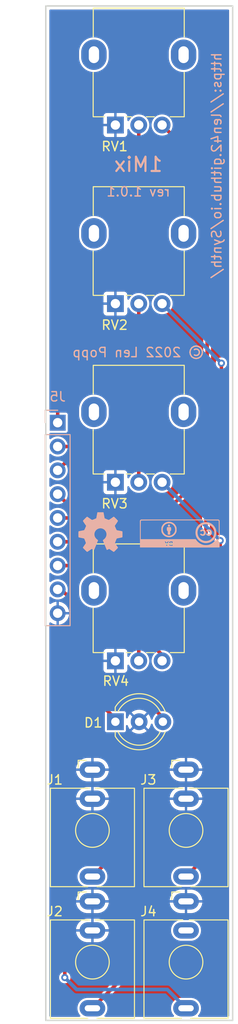
<source format=kicad_pcb>
(kicad_pcb (version 20211014) (generator pcbnew)

  (general
    (thickness 1.6)
  )

  (paper "A4")
  (title_block
    (title "Eurorack Mixer")
    (date "2022-12-22")
    (rev "1.0.1")
    (company "Len Popp")
    (comment 1 "Copyright © 2022 Len Popp CC BY")
    (comment 2 "Board settings comply with requirements of OSH Park https://oshpark.com/")
    (comment 3 "Eurorack 3:1 mixer module - 4HP")
  )

  (layers
    (0 "F.Cu" signal)
    (31 "B.Cu" signal)
    (36 "B.SilkS" user "B.Silkscreen")
    (37 "F.SilkS" user "F.Silkscreen")
    (38 "B.Mask" user)
    (39 "F.Mask" user)
    (40 "Dwgs.User" user "User.Drawings")
    (41 "Cmts.User" user "User.Comments")
    (44 "Edge.Cuts" user)
    (45 "Margin" user)
    (46 "B.CrtYd" user "B.Courtyard")
    (47 "F.CrtYd" user "F.Courtyard")
    (48 "B.Fab" user)
    (49 "F.Fab" user)
  )

  (setup
    (stackup
      (layer "F.SilkS" (type "Top Silk Screen"))
      (layer "F.Mask" (type "Top Solder Mask") (thickness 0.01))
      (layer "F.Cu" (type "copper") (thickness 0.035))
      (layer "dielectric 1" (type "core") (thickness 1.51) (material "FR4") (epsilon_r 4.5) (loss_tangent 0.02))
      (layer "B.Cu" (type "copper") (thickness 0.035))
      (layer "B.Mask" (type "Bottom Solder Mask") (thickness 0.01))
      (layer "B.SilkS" (type "Bottom Silk Screen"))
      (copper_finish "None")
      (dielectric_constraints no)
    )
    (pad_to_mask_clearance 0.0508)
    (pcbplotparams
      (layerselection 0x00010f0_ffffffff)
      (disableapertmacros false)
      (usegerberextensions true)
      (usegerberattributes true)
      (usegerberadvancedattributes true)
      (creategerberjobfile false)
      (svguseinch false)
      (svgprecision 6)
      (excludeedgelayer true)
      (plotframeref false)
      (viasonmask false)
      (mode 1)
      (useauxorigin false)
      (hpglpennumber 1)
      (hpglpenspeed 20)
      (hpglpendiameter 15.000000)
      (dxfpolygonmode true)
      (dxfimperialunits true)
      (dxfusepcbnewfont true)
      (psnegative false)
      (psa4output false)
      (plotreference true)
      (plotvalue true)
      (plotinvisibletext false)
      (sketchpadsonfab false)
      (subtractmaskfromsilk true)
      (outputformat 1)
      (mirror false)
      (drillshape 0)
      (scaleselection 1)
      (outputdirectory "gerbers/gerbers/")
    )
  )

  (net 0 "")
  (net 1 "GND")
  (net 2 "GAIN")
  (net 3 "LED-RED")
  (net 4 "LED-GREEN")
  (net 5 "IN-1")
  (net 6 "IN-2")
  (net 7 "IN-3")
  (net 8 "OUT")
  (net 9 "IN-ATTEN-1")
  (net 10 "IN-ATTEN-2")
  (net 11 "IN-ATTEN-3")
  (net 12 "GAIN-ATTEN")
  (net 13 "unconnected-(J4-PadTN)")

  (footprint "-lmp-synth:Jack_3.5mm_QingPu_WQP-PJ398SM_Vertical" (layer "F.Cu") (at 130.72 132.334))

  (footprint "-lmp-synth:Jack_3.5mm_QingPu_WQP-PJ398SM_Vertical" (layer "F.Cu") (at 140.74 118.2878))

  (footprint "LED_THT:LED_D5.0mm-3" (layer "F.Cu") (at 133.18 113.175))

  (footprint "-lmp-synth:Potentiometer_Alpha_RD901F-40-00D_Single_Vertical" (layer "F.Cu") (at 133.18 106.68 90))

  (footprint "-lmp-synth:Potentiometer_Alpha_RD901F-40-00D_Single_Vertical" (layer "F.Cu") (at 133.18 87.63 90))

  (footprint "-lmp-synth:Jack_3.5mm_QingPu_WQP-PJ398SM_Vertical" (layer "F.Cu") (at 140.74 132.334))

  (footprint "-lmp-synth:Jack_3.5mm_QingPu_WQP-PJ398SM_Vertical" (layer "F.Cu") (at 130.72 118.2878))

  (footprint "-lmp-synth:Potentiometer_Alpha_RD901F-40-00D_Single_Vertical" (layer "F.Cu") (at 133.18 68.58 90))

  (footprint "-lmp-synth:Potentiometer_Alpha_RD901F-40-00D_Single_Vertical" (layer "F.Cu") (at 133.18 49.53 90))

  (footprint "-lmp-misc:Logo_CC_BY" (layer "B.Cu") (at 140.081 93.091 180))

  (footprint "-lmp-misc:Logo_OSHW" (layer "B.Cu") (at 131.572 92.964 180))

  (footprint "Connector_PinSocket_2.54mm:PinSocket_1x09_P2.54mm_Vertical" (layer "B.Cu") (at 127 81.28 180))

  (gr_line (start 145.730011 36.83) (end 145.730011 145.034) (layer "Edge.Cuts") (width 0.1524) (tstamp 00000000-0000-0000-0000-000060c192ab))
  (gr_line (start 145.730011 145.034) (end 125.73 145.034) (layer "Edge.Cuts") (width 0.1524) (tstamp 00000000-0000-0000-0000-000060c192ae))
  (gr_line (start 125.73 36.83) (end 145.730011 36.83) (layer "Edge.Cuts") (width 0.1524) (tstamp 00000000-0000-0000-0000-000060c192b1))
  (gr_line (start 125.73 145.034) (end 125.73 36.83) (layer "Edge.Cuts") (width 0.1524) (tstamp 8a023770-9607-43f4-98b6-819a42a13144))
  (gr_text "1Mix" (at 135.636 53.738) (layer "B.SilkS") (tstamp 00000000-0000-0000-0000-000061bbc734)
    (effects (font (size 1.524 1.524) (thickness 0.2286)) (justify mirror))
  )
  (gr_text "rev ${REVISION}" (at 135.636 56.642) (layer "B.SilkS") (tstamp 00000000-0000-0000-0000-000061bbc737)
    (effects (font (size 1 1) (thickness 0.15)) (justify mirror))
  )
  (gr_text "© 2022 Len Popp" (at 135.636 73.787) (layer "B.SilkS") (tstamp 00000000-0000-0000-0000-000061bbc826)
    (effects (font (size 1 1) (thickness 0.15)) (justify mirror))
  )
  (gr_text "https://len42.github.io/Synth/" (at 144.018 53.848 90) (layer "B.SilkS") (tstamp e1550b83-244c-452d-a2a3-53cf990c077d)
    (effects (font (size 1.016 1.016) (thickness 0.1524)) (justify mirror))
  )

  (segment (start 136.906 104.775) (end 136.906 91.567) (width 0.381) (layer "F.Cu") (net 2) (tstamp 3f648000-6b6a-49ef-9f04-f916c121ecc1))
  (segment (start 138.18 106.049) (end 136.906 104.775) (width 0.381) (layer "F.Cu") (net 2) (tstamp 5a6f54ff-461b-4e91-96e2-3224597763e8))
  (segment (start 135.128 89.789) (end 127.889 89.789) (width 0.381) (layer "F.Cu") (net 2) (tstamp 7913006d-34fc-4092-b65c-51ae5ef62343))
  (segment (start 136.906 91.567) (end 135.128 89.789) (width 0.381) (layer "F.Cu") (net 2) (tstamp ab0834dd-45f2-447b-a217-0b02246c3507))
  (segment (start 138.18 106.68) (end 138.18 106.049) (width 0.381) (layer "F.Cu") (net 2) (tstamp f7b93c8f-52fb-4c0d-9e9c-f89e1018aa7a))
  (segment (start 127.889 89.789) (end 127 88.9) (width 0.381) (layer "F.Cu") (net 2) (tstamp fb487cba-b7c0-421c-a32c-f27d3929fed2))
  (segment (start 133.223 100.965) (end 133.223 98.044) (width 0.381) (layer "F.Cu") (net 3) (tstamp 26f7dedd-2d51-4185-9c31-1c9592877360))
  (segment (start 131.699 96.52) (end 127 96.52) (width 0.381) (layer "F.Cu") (net 3) (tstamp 29d1d84f-18ac-4ad8-9560-9d94dff44139))
  (segment (start 130.048 109.728) (end 130.048 104.14) (width 0.381) (layer "F.Cu") (net 3) (tstamp 30799cd8-fd15-4e06-bd5a-824ec39b99fb))
  (segment (start 133.18 112.86) (end 130.048 109.728) (width 0.381) (layer "F.Cu") (net 3) (tstamp 3eeead5a-98f0-40e2-83c8-3a0f59cef80f))
  (segment (start 133.18 113.175) (end 133.18 112.86) (width 0.381) (layer "F.Cu") (net 3) (tstamp 6a987b6d-1b6f-4ddc-b67e-24eae4fb8aa6))
  (segment (start 133.223 98.044) (end 131.699 96.52) (width 0.381) (layer "F.Cu") (net 3) (tstamp ca446977-085f-4fe5-a13b-bc33dc2691c8))
  (segment (start 130.048 104.14) (end 133.223 100.965) (width 0.381) (layer "F.Cu") (net 3) (tstamp d528884d-c3a6-49ae-b9a3-1f839435a39e))
  (segment (start 131.191 104.902) (end 134.493 101.6) (width 0.381) (layer "F.Cu") (net 4) (tstamp 319e06c9-4f6a-48d5-88ff-2f85771797c5))
  (segment (start 130.937 93.98) (end 127 93.98) (width 0.381) (layer "F.Cu") (net 4) (tstamp 74830a13-17a1-4b29-ad0c-7aaa10a6e7d3))
  (segment (start 134.493 97.536) (end 130.937 93.98) (width 0.381) (layer "F.Cu") (net 4) (tstamp 91102efa-8b37-4696-b6fc-c307ca3860e8))
  (segment (start 134.493 101.6) (end 134.493 97.536) (width 0.381) (layer "F.Cu") (net 4) (tstamp 941444be-1b82-4894-a6a9-21fb6ccdd910))
  (segment (start 134.874 109.347) (end 132.08 109.347) (width 0.381) (layer "F.Cu") (net 4) (tstamp 968752e3-73f9-48a9-8f3c-d6b2b6ef94f5))
  (segment (start 138.26 113.175) (end 138.26 112.733) (width 0.381) (layer "F.Cu") (net 4) (tstamp 97069d1d-7f34-44da-9860-8e7dbefd17e5))
  (segment (start 131.191 108.458) (end 131.191 104.902) (width 0.381) (layer "F.Cu") (net 4) (tstamp bff94d04-41d7-4b2a-8ea6-dd3b8f3fe6cd))
  (segment (start 138.26 112.733) (end 134.874 109.347) (width 0.381) (layer "F.Cu") (net 4) (tstamp c064ef28-eb7b-461b-8b2e-39b2bde9e731))
  (segment (start 132.08 109.347) (end 131.191 108.458) (width 0.381) (layer "F.Cu") (net 4) (tstamp fae7b7ac-b65e-44fd-a607-1307fbf7ddf0))
  (segment (start 134.874 119.126) (end 140.081 113.919) (width 0.381) (layer "F.Cu") (net 5) (tstamp 244dd25e-07a9-4521-90a9-d1968f61a09b))
  (segment (start 140.081 104.521) (end 138.176 102.616) (width 0.381) (layer "F.Cu") (net 5) (tstamp 4bc85dd6-2d00-452f-95db-c7fb17de3155))
  (segment (start 143.002 54.352) (end 138.18 49.53) (width 0.381) (layer "F.Cu") (net 5) (tstamp 5e58a34b-b9aa-4c1c-84f8-167d767089ac))
  (segment (start 138.176 91.186) (end 143.002 86.36) (width 0.381) (layer "F.Cu") (net 5) (tstamp 631b291e-53bc-410f-b056-6a6adc468b13))
  (segment (start 134.874 125.5338) (end 134.874 119.126) (width 0.381) (layer "F.Cu") (net 5) (tstamp 6a4bf83d-d6af-4f55-83e1-5faa936e18f5))
  (segment (start 143.002 86.36) (end 143.002 54.352) (width 0.381) (layer "F.Cu") (net 5) (tstamp 7bdd4321-34f8-49d3-aa0b-01fc5871087c))
  (segment (start 130.72 129.6878) (end 134.874 125.5338) (width 0.381) (layer "F.Cu") (net 5) (tstamp 7ef6452e-cbd2-4785-b039-72be2cc8d5a2))
  (segment (start 138.176 102.616) (end 138.176 91.186) (width 0.381) (layer "F.Cu") (net 5) (tstamp 9a3fb153-d802-47a3-97a1-4043adc7b22e))
  (segment (start 140.081 113.919) (end 140.081 104.521) (width 0.381) (layer "F.Cu") (net 5) (tstamp a46f6d8d-7862-41bf-a0db-76f7e9ea4b4f))
  (segment (start 142.875 112.903) (end 136.906 118.872) (width 0.381) (layer "F.Cu") (net 6) (tstamp 02d60572-70e5-4c03-92da-8cb4f1b263a5))
  (segment (start 136.906 137.548) (end 130.72 143.734) (width 0.381) (layer "F.Cu") (net 6) (tstamp 0b3e452a-c78d-486b-9ab7-6147fb47c9b9))
  (segment (start 144.526 74.93) (end 144.526 87.63) (width 0.381) (layer "F.Cu") (net 6) (tstamp 2950d1e3-ad16-442a-b576-d74df94f46a0))
  (segment (start 136.906 118.872) (end 136.906 137.548) (width 0.381) (layer "F.Cu") (net 6) (tstamp 923fdb51-61b3-4644-b3da-86e843bc3607))
  (segment (start 144.526 87.63) (end 142.875 89.281) (width 0.381) (layer "F.Cu") (net 6) (tstamp a5e126d4-c71c-4b74-9ba5-28cce541211c))
  (segment (start 142.875 89.281) (end 142.875 112.903) (width 0.381) (layer "F.Cu") (net 6) (tstamp e91d1529-d3bf-4d97-a5d2-402151c46077))
  (via (at 144.526 74.93) (size 0.762) (drill 0.381) (layers "F.Cu" "B.Cu") (net 6) (tstamp 91e8c3ae-f032-40a7-9938-714763a37d86))
  (segment (start 144.526 74.926) (end 138.18 68.58) (width 0.381) (layer "B.Cu") (net 6) (tstamp 828fb7a1-b97a-42d3-ba6b-91ab2e83b83e))
  (segment (start 144.526 74.93) (end 144.526 74.926) (width 0.381) (layer "B.Cu") (net 6) (tstamp bf2b059c-01fa-455a-b336-eda1083eb08c))
  (segment (start 144.399 126.0288) (end 140.74 129.6878) (width 0.381) (layer "F.Cu") (net 7) (tstamp 11499b65-9147-4f30-9e12-abab414f4c37))
  (segment (start 144.399 93.853) (end 144.399 126.0288) (width 0.381) (layer "F.Cu") (net 7) (tstamp 8c5f7a8f-1a1c-433e-80af-1a6e730f10d9))
  (via (at 144.399 93.853) (size 0.762) (drill 0.381) (layers "F.Cu" "B.Cu") (net 7) (tstamp b1ee63c5-49a7-4835-bf38-cd58f7c1ca36))
  (segment (start 144.399 93.853) (end 144.399 93.849) (width 0.381) (layer "B.Cu") (net 7) (tstamp 11f64ac8-4fa3-4f03-b2c3-3b65f8983db1))
  (segment (start 144.399 93.849) (end 138.18 87.63) (width 0.381) (layer "B.Cu") (net 7) (tstamp 22dfe736-7238-4388-9db3-de2d80e4fe14))
  (segment (start 127.762 103.759) (end 128.905 102.616) (width 0.381) (layer "F.Cu") (net 8) (tstamp 1a451f12-249a-40ff-a225-4df2fd8e014e))
  (segment (start 127.381 99.06) (end 127 99.06) (width 0.381) (layer "F.Cu") (net 8) (tstamp 4aa67c0e-32bc-46c5-ba09-cbdd87f9191d))
  (segment (start 128.905 100.584) (end 127.381 99.06) (width 0.381) (layer "F.Cu") (net 8) (tstamp 64e1e150-66dd-4442-9932-9ca0621d1633))
  (segment (start 128.905 102.616) (end 128.905 100.584) (width 0.381) (layer "F.Cu") (net 8) (tstamp 80e2ef5b-028b-4839-a9ef-661ea15d349b))
  (segment (start 127.762 140.462) (end 127.762 103.759) (width 0.381) (layer "F.Cu") (net 8) (tstamp bc092bd7-5110-4654-ace7-bfa3014036fa))
  (via (at 127.762 140.462) (size 0.762) (drill 0.381) (layers "F.Cu" "B.Cu") (net 8) (tstamp bdbbd670-67dc-4c87-89e4-48527872d98f))
  (segment (start 138.738 141.732) (end 129.413 141.732) (width 0.381) (layer "B.Cu") (net 8) (tstamp 0bf0bd18-4183-485f-887e-b1dd8bec6eea))
  (segment (start 140.74 143.734) (end 138.738 141.732) (width 0.381) (layer "B.Cu") (net 8) (tstamp ad8e6bec-af86-46ed-a5f5-cc0340dae395))
  (segment (start 129.032 141.732) (end 127.762 140.462) (width 0.381) (layer "B.Cu") (net 8) (tstamp b55efdec-736f-40e8-a9a6-8ef2cccc0596))
  (segment (start 129.413 141.732) (end 129.032 141.732) (width 0.381) (layer "B.Cu") (net 8) (tstamp cdff4f22-047f-4e57-ab30-cc70ac660001))
  (segment (start 127 68.834) (end 127 81.28) (width 0.381) (layer "F.Cu") (net 9) (tstamp 5d5c9bc3-dd14-45ab-933e-639076c79e47))
  (segment (start 135.68 49.53) (end 135.68 60.154) (width 0.381) (layer "F.Cu") (net 9) (tstamp 82892767-467d-4fe9-b0df-d0c85e3c71fe))
  (segment (start 135.68 60.154) (end 127 68.834) (width 0.381) (layer "F.Cu") (net 9) (tstamp acf30f24-7f9b-4b4f-87dc-5f55b3eed1fc))
  (segment (start 130.937 83.82) (end 127 83.82) (width 0.381) (layer "F.Cu") (net 10) (tstamp 20a22202-79fa-460f-a37a-79400f2a264a))
  (segment (start 135.68 79.077) (end 130.937 83.82) (width 0.381) (layer "F.Cu") (net 10) (tstamp 59dffd4e-1823-4c87-ba55-4be416231629))
  (segment (start 135.68 68.58) (end 135.68 79.077) (width 0.381) (layer "F.Cu") (net 10) (tstamp 77ac51cf-0260-4197-8d40-b53bc5aedc61))
  (segment (start 135.68 87.63) (end 135.68 86.404) (width 0.381) (layer "F.Cu") (net 11) (tstamp 705cb154-e657-438d-b06a-682269f800eb))
  (segment (start 135.68 86.404) (end 134.874 85.598) (width 0.381) (layer "F.Cu") (net 11) (tstamp 7e304e43-e247-4a23-9669-ad84b5b690a5))
  (segment (start 127.762 85.598) (end 127 86.36) (width 0.381) (layer "F.Cu") (net 11) (tstamp ae03331f-0701-46ee-9f93-767a2c349ed5))
  (segment (start 134.874 85.598) (end 127.762 85.598) (width 0.381) (layer "F.Cu") (net 11) (tstamp fa3e3b3c-c8eb-45c0-b584-01bec5bf5bad))
  (segment (start 130.3655 91.44) (end 127 91.44) (width 0.381) (layer "F.Cu") (net 12) (tstamp 48bee316-ee38-449e-90a5-f6bf0bc3d145))
  (segment (start 135.68 96.7545) (end 130.3655 91.44) (width 0.381) (layer "F.Cu") (net 12) (tstamp 5d7e9424-0261-411d-b7c3-1a357c2de8d5))
  (segment (start 135.68 106.68) (end 135.68 96.7545) (width 0.381) (layer "F.Cu") (net 12) (tstamp 7ea17077-73d3-47ed-94be-7b9c543c10c2))

  (zone (net 1) (net_name "GND") (layers F&B.Cu) (tstamp 00000000-0000-0000-0000-0000619f1153) (hatch edge 0.508)
    (connect_pads (clearance 0.2032))
    (min_thickness 0.2032) (filled_areas_thickness no)
    (fill yes (thermal_gap 0.381) (thermal_bridge_width 0.254))
    (polygon
      (pts
        (xy 146.304 145.415)
        (xy 125.095 145.415)
        (xy 125.095 36.195)
        (xy 146.304 36.195)
      )
    )
    (filled_polygon
      (layer "F.Cu")
      (pts
        (xy 145.307042 37.230713)
        (xy 145.343587 37.281013)
        (xy 145.348511 37.3121)
        (xy 145.348511 144.5519)
        (xy 145.329298 144.611031)
        (xy 145.278998 144.647576)
        (xy 145.247911 144.6525)
        (xy 142.125307 144.6525)
        (xy 142.066176 144.633287)
        (xy 142.029631 144.582987)
        (xy 142.029631 144.520813)
        (xy 142.049326 144.485967)
        (xy 142.139812 144.381691)
        (xy 142.139817 144.381684)
        (xy 142.142953 144.37807)
        (xy 142.248454 144.195706)
        (xy 142.317567 143.996682)
        (xy 142.347798 143.78818)
        (xy 142.338057 143.577723)
        (xy 142.288695 143.372905)
        (xy 142.201494 143.181116)
        (xy 142.0796 143.009277)
        (xy 142.001406 142.934422)
        (xy 141.930869 142.866897)
        (xy 141.930867 142.866895)
        (xy 141.927411 142.863587)
        (xy 141.750418 142.749304)
        (xy 141.745979 142.747515)
        (xy 141.745977 142.747514)
        (xy 141.55945 142.672342)
        (xy 141.559448 142.672342)
        (xy 141.555008 142.670552)
        (xy 141.348231 142.630171)
        (xy 141.344619 142.629994)
        (xy 141.344616 142.629994)
        (xy 141.344201 142.629974)
        (xy 141.34269 142.6299)
        (xy 140.187363 142.6299)
        (xy 140.184986 142.630127)
        (xy 140.184981 142.630127)
        (xy 140.128121 142.635552)
        (xy 140.03027 142.644888)
        (xy 140.025684 142.646233)
        (xy 140.025681 142.646234)
        (xy 139.952725 142.667637)
        (xy 139.828108 142.704196)
        (xy 139.823855 142.706386)
        (xy 139.823851 142.706388)
        (xy 139.735479 142.751903)
        (xy 139.640808 142.800662)
        (xy 139.475128 142.930805)
        (xy 139.471991 142.93442)
        (xy 139.471989 142.934422)
        (xy 139.460434 142.947738)
        (xy 139.337047 143.08993)
        (xy 139.231546 143.272294)
        (xy 139.162433 143.471318)
        (xy 139.132202 143.67982)
        (xy 139.141943 143.890277)
        (xy 139.191305 144.095095)
        (xy 139.278506 144.286884)
        (xy 139.4004 144.458723)
        (xy 139.403859 144.462034)
        (xy 139.421822 144.47923)
        (xy 139.45125 144.533999)
        (xy 139.442866 144.595605)
        (xy 139.399872 144.640517)
        (xy 139.352256 144.6525)
        (xy 132.105307 144.6525)
        (xy 132.046176 144.633287)
        (xy 132.009631 144.582987)
        (xy 132.009631 144.520813)
        (xy 132.029326 144.485967)
        (xy 132.119812 144.381691)
        (xy 132.119817 144.381684)
        (xy 132.122953 144.37807)
        (xy 132.228454 144.195706)
        (xy 132.297567 143.996682)
        (xy 132.327798 143.78818)
        (xy 132.318057 143.577723)
        (xy 132.268695 143.372905)
        (xy 132.181494 143.181116)
        (xy 132.178724 143.177211)
        (xy 132.099832 143.065993)
        (xy 132.081291 143.006647)
        (xy 132.101174 142.947738)
        (xy 132.11075 142.936654)
        (xy 136.236404 138.811)
        (xy 139.24 138.811)
        (xy 139.3134 139.2745)
        (xy 139.5265 139.6927)
        (xy 139.8583 140.0245)
        (xy 140.2765 140.2376)
        (xy 140.74 140.311)
        (xy 141.2035 140.2376)
        (xy 141.6217 140.0245)
        (xy 141.9535 139.6927)
        (xy 142.1666 139.2745)
        (xy 142.24 138.811)
        (xy 142.1666 138.3475)
        (xy 141.9535 137.9293)
        (xy 141.6217 137.5975)
        (xy 141.2035 137.3844)
        (xy 140.756671 137.31364)
        (xy 140.747818 137.312238)
        (xy 140.74 137.311)
        (xy 140.732182 137.312238)
        (xy 140.723329 137.31364)
        (xy 140.2765 137.3844)
        (xy 139.8583 137.5975)
        (xy 139.5265 137.9293)
        (xy 139.3134 138.3475)
        (xy 139.24 138.811)
        (xy 136.236404 138.811)
        (xy 137.249695 137.797709)
        (xy 137.253292 137.79065)
        (xy 137.261283 137.774967)
        (xy 137.269533 137.761504)
        (xy 137.279873 137.747273)
        (xy 137.279874 137.747271)
        (xy 137.284526 137.740868)
        (xy 137.29241 137.716602)
        (xy 137.298451 137.70202)
        (xy 137.30644 137.68634)
        (xy 137.306441 137.686338)
        (xy 137.310037 137.67928)
        (xy 137.314028 137.654082)
        (xy 137.317713 137.638733)
        (xy 137.323153 137.621989)
        (xy 137.3256 137.614458)
        (xy 137.3256 135.37982)
        (xy 139.132202 135.37982)
        (xy 139.132424 135.384606)
        (xy 139.140976 135.569377)
        (xy 139.141943 135.590277)
        (xy 139.191305 135.795095)
        (xy 139.278506 135.986884)
        (xy 139.4004 136.158723)
        (xy 139.403859 136.162034)
        (xy 139.482373 136.237195)
        (xy 139.552589 136.304413)
        (xy 139.729582 136.418696)
        (xy 139.734021 136.420485)
        (xy 139.734023 136.420486)
        (xy 139.84151 136.463804)
        (xy 139.924992 136.497448)
        (xy 140.131769 136.537829)
        (xy 140.135381 136.538006)
        (xy 140.135384 136.538006)
        (xy 140.135799 136.538026)
        (xy 140.13731 136.5381)
        (xy 141.292637 136.5381)
        (xy 141.295014 136.537873)
        (xy 141.295019 136.537873)
        (xy 141.351879 136.532448)
        (xy 141.44973 136.523112)
        (xy 141.454316 136.521767)
        (xy 141.454319 136.521766)
        (xy 141.543312 136.495658)
        (xy 141.651892 136.463804)
        (xy 141.656145 136.461614)
        (xy 141.656149 136.461612)
        (xy 141.745542 136.415571)
        (xy 141.839192 136.367338)
        (xy 142.004872 136.237195)
        (xy 142.01039 136.230837)
        (xy 142.139816 136.081685)
        (xy 142.142953 136.07807)
        (xy 142.248454 135.895706)
        (xy 142.317567 135.696682)
        (xy 142.347798 135.48818)
        (xy 142.339271 135.303957)
        (xy 142.338279 135.282512)
        (xy 142.338278 135.282508)
        (xy 142.338057 135.277723)
        (xy 142.288695 135.072905)
        (xy 142.201494 134.881116)
        (xy 142.0796 134.709277)
        (xy 142.001406 134.634422)
        (xy 141.930869 134.566897)
        (xy 141.930867 134.566895)
        (xy 141.927411 134.563587)
        (xy 141.750418 134.449304)
        (xy 141.745979 134.447515)
        (xy 141.745977 134.447514)
        (xy 141.55945 134.372342)
        (xy 141.559448 134.372342)
        (xy 141.555008 134.370552)
        (xy 141.348231 134.330171)
        (xy 141.344619 134.329994)
        (xy 141.344616 134.329994)
        (xy 141.344201 134.329974)
        (xy 141.34269 134.3299)
        (xy 140.187363 134.3299)
        (xy 140.184986 134.330127)
        (xy 140.184981 134.330127)
        (xy 140.128121 134.335552)
        (xy 140.03027 134.344888)
        (xy 140.025684 134.346233)
        (xy 140.025681 134.346234)
        (xy 140.008911 134.351154)
        (xy 139.828108 134.404196)
        (xy 139.823855 134.406386)
        (xy 139.823851 134.406388)
        (xy 139.735479 134.451903)
        (xy 139.640808 134.500662)
        (xy 139.475128 134.630805)
        (xy 139.471991 134.63442)
        (xy 139.471989 134.634422)
        (xy 139.463591 134.6441)
        (xy 139.337047 134.78993)
        (xy 139.231546 134.972294)
        (xy 139.162433 135.171318)
        (xy 139.132202 135.37982)
        (xy 137.3256 135.37982)
        (xy 137.3256 132.471893)
        (xy 138.991438 132.471893)
        (xy 139.005943 132.591745)
        (xy 139.007797 132.600472)
        (xy 139.071087 132.806199)
        (xy 139.074463 132.814472)
        (xy 139.173184 133.005742)
        (xy 139.177961 133.013269)
        (xy 139.308999 133.18404)
        (xy 139.315038 133.190607)
        (xy 139.474243 133.335473)
        (xy 139.481344 133.340863)
        (xy 139.663692 133.45525)
        (xy 139.671639 133.459299)
        (xy 139.87135 133.539582)
        (xy 139.879897 133.542163)
        (xy 140.091438 133.585971)
        (xy 140.098744 133.586933)
        (xy 140.150499 133.589917)
        (xy 140.153388 133.59)
        (xy 140.597067 133.59)
        (xy 140.609957 133.585812)
        (xy 140.613 133.581623)
        (xy 140.613 133.574067)
        (xy 140.867 133.574067)
        (xy 140.871188 133.586957)
        (xy 140.875377 133.59)
        (xy 141.294637 133.59)
        (xy 141.299121 133.5898)
        (xy 141.45886 133.575544)
        (xy 141.467632 133.573965)
        (xy 141.675261 133.517166)
        (xy 141.683615 133.514059)
        (xy 141.877893 133.421392)
        (xy 141.885581 133.416846)
        (xy 142.060375 133.291244)
        (xy 142.067131 133.285413)
        (xy 142.216924 133.130837)
        (xy 142.222541 133.1239)
        (xy 142.342591 132.945248)
        (xy 142.34689 132.937428)
        (xy 142.433407 132.740336)
        (xy 142.436256 132.73187)
        (xy 142.486502 132.522584)
        (xy 142.487807 132.513743)
        (xy 142.489931 132.476907)
        (xy 142.486492 132.463797)
        (xy 142.483552 132.461392)
        (xy 142.48147 132.461)
        (xy 140.882933 132.461)
        (xy 140.870043 132.465188)
        (xy 140.867 132.469377)
        (xy 140.867 133.574067)
        (xy 140.613 133.574067)
        (xy 140.613 132.476933)
        (xy 140.608812 132.464043)
        (xy 140.604623 132.461)
        (xy 139.006053 132.461)
        (xy 138.993163 132.465188)
        (xy 138.991924 132.466894)
        (xy 138.991438 132.471893)
        (xy 137.3256 132.471893)
        (xy 137.3256 132.191093)
        (xy 138.990069 132.191093)
        (xy 138.993508 132.204203)
        (xy 138.996448 132.206608)
        (xy 138.99853 132.207)
        (xy 140.597067 132.207)
        (xy 140.609957 132.202812)
        (xy 140.613 132.198623)
        (xy 140.613 132.191067)
        (xy 140.867 132.191067)
        (xy 140.871188 132.203957)
        (xy 140.875377 132.207)
        (xy 142.473947 132.207)
        (xy 142.486837 132.202812)
        (xy 142.488076 132.201106)
        (xy 142.488562 132.196107)
        (xy 142.474057 132.076255)
        (xy 142.472203 132.067528)
        (xy 142.408913 131.861801)
        (xy 142.405537 131.853528)
        (xy 142.306816 131.662258)
        (xy 142.302039 131.654731)
        (xy 142.171001 131.48396)
        (xy 142.164962 131.477393)
        (xy 142.005757 131.332527)
        (xy 141.998656 131.327137)
        (xy 141.816308 131.21275)
        (xy 141.808361 131.208701)
        (xy 141.60865 131.128418)
        (xy 141.600103 131.125837)
        (xy 141.388562 131.082029)
        (xy 141.381256 131.081067)
        (xy 141.329501 131.078083)
        (xy 141.326612 131.078)
        (xy 140.882933 131.078)
        (xy 140.870043 131.082188)
        (xy 140.867 131.086377)
        (xy 140.867 132.191067)
        (xy 140.613 132.191067)
        (xy 140.613 131.093933)
        (xy 140.608812 131.081043)
        (xy 140.604623 131.078)
        (xy 140.185363 131.078)
        (xy 140.180879 131.0782)
        (xy 140.02114 131.092456)
        (xy 140.012368 131.094035)
        (xy 139.804739 131.150834)
        (xy 139.796385 131.153941)
        (xy 139.602107 131.246608)
        (xy 139.594419 131.251154)
        (xy 139.419625 131.376756)
        (xy 139.412869 131.382587)
        (xy 139.263076 131.537163)
        (xy 139.257459 131.5441)
        (xy 139.137409 131.722752)
        (xy 139.13311 131.730572)
        (xy 139.046593 131.927664)
        (xy 139.043744 131.93613)
        (xy 138.993498 132.145416)
        (xy 138.992193 132.154257)
        (xy 138.990069 132.191093)
        (xy 137.3256 132.191093)
        (xy 137.3256 129.63362)
        (xy 139.132202 129.63362)
        (xy 139.141943 129.844077)
        (xy 139.191305 130.048895)
        (xy 139.278506 130.240684)
        (xy 139.4004 130.412523)
        (xy 139.403859 130.415834)
        (xy 139.482373 130.490995)
        (xy 139.552589 130.558213)
        (xy 139.729582 130.672496)
        (xy 139.734021 130.674285)
        (xy 139.734023 130.674286)
        (xy 139.84151 130.717604)
        (xy 139.924992 130.751248)
        (xy 140.131769 130.791629)
        (xy 140.135381 130.791806)
        (xy 140.135384 130.791806)
        (xy 140.135799 130.791826)
        (xy 140.13731 130.7919)
        (xy 141.292637 130.7919)
        (xy 141.295014 130.791673)
        (xy 141.295019 130.791673)
        (xy 141.351879 130.786248)
        (xy 141.44973 130.776912)
        (xy 141.454316 130.775567)
        (xy 141.454319 130.775566)
        (xy 141.543312 130.749458)
        (xy 141.651892 130.717604)
        (xy 141.656145 130.715414)
        (xy 141.656149 130.715412)
        (xy 141.745542 130.669371)
        (xy 141.839192 130.621138)
        (xy 142.004872 130.490995)
        (xy 142.142953 130.33187)
        (xy 142.248454 130.149506)
        (xy 142.317567 129.950482)
        (xy 142.347798 129.74198)
        (xy 142.338057 129.531523)
        (xy 142.288695 129.326705)
        (xy 142.201494 129.134916)
        (xy 142.198724 129.131011)
        (xy 142.119832 129.019793)
        (xy 142.101291 128.960447)
        (xy 142.121174 128.901538)
        (xy 142.13075 128.890454)
        (xy 144.742695 126.278509)
        (xy 144.753521 126.257262)
        (xy 144.754282 126.255769)
        (xy 144.762529 126.242312)
        (xy 144.772873 126.228074)
        (xy 144.772874 126.228071)
        (xy 144.777526 126.221669)
        (xy 144.785411 126.197402)
        (xy 144.791451 126.182821)
        (xy 144.799443 126.167135)
        (xy 144.799444 126.167132)
        (xy 144.803037 126.16008)
        (xy 144.807028 126.134882)
        (xy 144.810713 126.119533)
        (xy 144.816153 126.102789)
        (xy 144.8186 126.095258)
        (xy 144.8186 94.342801)
        (xy 144.837813 94.28367)
        (xy 144.845149 94.274707)
        (xy 144.84678 94.272933)
        (xy 144.851391 94.268995)
        (xy 144.880594 94.228355)
        (xy 144.934024 94.154)
        (xy 144.934026 94.153997)
        (xy 144.937561 94.149077)
        (xy 144.944421 94.132014)
        (xy 144.990378 94.017691)
        (xy 144.99264 94.012065)
        (xy 144.993494 94.006065)
        (xy 144.993495 94.006061)
        (xy 145.012981 93.869135)
        (xy 145.013446 93.865871)
        (xy 145.013581 93.853)
        (xy 144.995841 93.706402)
        (xy 144.993483 93.70016)
        (xy 144.945789 93.573943)
        (xy 144.945788 93.573942)
        (xy 144.943644 93.568267)
        (xy 144.860004 93.44657)
        (xy 144.74975 93.348337)
        (xy 144.744394 93.345501)
        (xy 144.744391 93.345499)
        (xy 144.624608 93.282078)
        (xy 144.619246 93.279239)
        (xy 144.476027 93.243265)
        (xy 144.46997 93.243233)
        (xy 144.469968 93.243233)
        (xy 144.398901 93.242861)
        (xy 144.328362 93.242492)
        (xy 144.241989 93.263228)
        (xy 144.190679 93.275546)
        (xy 144.190676 93.275547)
        (xy 144.184774 93.276964)
        (xy 144.053554 93.344692)
        (xy 143.942277 93.441765)
        (xy 143.857368 93.562579)
        (xy 143.855165 93.568229)
        (xy 143.855164 93.568231)
        (xy 143.828623 93.636305)
        (xy 143.803727 93.70016)
        (xy 143.784453 93.846564)
        (xy 143.785118 93.852588)
        (xy 143.785118 93.852592)
        (xy 143.794809 93.940369)
        (xy 143.800657 93.99334)
        (xy 143.851404 94.132014)
        (xy 143.933765 94.25458)
        (xy 143.946505 94.266172)
        (xy 143.977309 94.320175)
        (xy 143.9794 94.340578)
        (xy 143.9794 125.813326)
        (xy 143.960187 125.872457)
        (xy 143.949935 125.884461)
        (xy 141.280161 128.554235)
        (xy 141.224763 128.582461)
        (xy 141.209026 128.5837)
        (xy 140.187363 128.5837)
        (xy 140.184986 128.583927)
        (xy 140.184981 128.583927)
        (xy 140.128121 128.589352)
        (xy 140.03027 128.598688)
        (xy 140.025684 128.600033)
        (xy 140.025681 128.600034)
        (xy 139.952725 128.621437)
        (xy 139.828108 128.657996)
        (xy 139.823855 128.660186)
        (xy 139.823851 128.660188)
        (xy 139.734458 128.706229)
        (xy 139.640808 128.754462)
        (xy 139.475128 128.884605)
        (xy 139.471991 128.88822)
        (xy 139.471989 128.888222)
        (xy 139.460434 128.901538)
        (xy 139.337047 129.04373)
        (xy 139.231546 129.226094)
        (xy 139.162433 129.425118)
        (xy 139.132202 129.63362)
        (xy 137.3256 129.63362)
        (xy 137.3256 124.841)
        (xy 139.24 124.841)
        (xy 139.3134 125.3045)
        (xy 139.316995 125.311555)
        (xy 139.480313 125.632059)
        (xy 139.5265 125.7227)
        (xy 139.8583 126.0545)
        (xy 140.2765 126.2676)
        (xy 140.74 126.341)
        (xy 141.2035 126.2676)
        (xy 141.6217 126.0545)
        (xy 141.9535 125.7227)
        (xy 141.999688 125.632059)
        (xy 142.163005 125.311555)
        (xy 142.1666 125.3045)
        (xy 142.24 124.841)
        (xy 142.1666 124.3775)
        (xy 141.9535 123.9593)
        (xy 141.6217 123.6275)
        (xy 141.2035 123.4144)
        (xy 140.74 123.341)
        (xy 140.2765 123.4144)
        (xy 139.8583 123.6275)
        (xy 139.5265 123.9593)
        (xy 139.3134 124.3775)
        (xy 139.24 124.841)
        (xy 137.3256 124.841)
        (xy 137.3256 121.525693)
        (xy 138.991438 121.525693)
        (xy 139.005943 121.645545)
        (xy 139.007797 121.654272)
        (xy 139.071087 121.859999)
        (xy 139.074463 121.868272)
        (xy 139.173184 122.059542)
        (xy 139.177961 122.067069)
        (xy 139.308999 122.23784)
        (xy 139.315038 122.244407)
        (xy 139.474243 122.389273)
        (xy 139.481344 122.394663)
        (xy 139.663692 122.50905)
        (xy 139.671639 122.513099)
        (xy 139.87135 122.593382)
        (xy 139.879897 122.595963)
        (xy 140.091438 122.639771)
        (xy 140.098744 122.640733)
        (xy 140.150499 122.643717)
        (xy 140.153388 122.6438)
        (xy 140.597067 122.6438)
        (xy 140.609957 122.639612)
        (xy 140.613 122.635423)
        (xy 140.613 122.627867)
        (xy 140.867 122.627867)
        (xy 140.871188 122.640757)
        (xy 140.875377 122.6438)
        (xy 141.294637 122.6438)
        (xy 141.299121 122.6436)
        (xy 141.45886 122.629344)
        (xy 141.467632 122.627765)
        (xy 141.675261 122.570966)
        (xy 141.683615 122.567859)
        (xy 141.877893 122.475192)
        (xy 141.885581 122.470646)
        (xy 142.060375 122.345044)
        (xy 142.067131 122.339213)
        (xy 142.216924 122.184637)
        (xy 142.222541 122.1777)
        (xy 142.342591 121.999048)
        (xy 142.34689 121.991228)
        (xy 142.433407 121.794136)
        (xy 142.436256 121.78567)
        (xy 142.486502 121.576384)
        (xy 142.487807 121.567543)
        (xy 142.489931 121.530707)
        (xy 142.486492 121.517597)
        (xy 142.483552 121.515192)
        (xy 142.48147 121.5148)
        (xy 140.882933 121.5148)
        (xy 140.870043 121.518988)
        (xy 140.867 121.523177)
        (xy 140.867 122.627867)
        (xy 140.613 122.627867)
        (xy 140.613 121.530733)
        (xy 140.608812 121.517843)
        (xy 140.604623 121.5148)
        (xy 139.006053 121.5148)
        (xy 138.993163 121.518988)
        (xy 138.991924 121.520694)
        (xy 138.991438 121.525693)
        (xy 137.3256 121.525693)
        (xy 137.3256 121.244893)
        (xy 138.990069 121.244893)
        (xy 138.993508 121.258003)
        (xy 138.996448 121.260408)
        (xy 138.99853 121.2608)
        (xy 140.597067 121.2608)
        (xy 140.609957 121.256612)
        (xy 140.613 121.252423)
        (xy 140.613 121.244867)
        (xy 140.867 121.244867)
        (xy 140.871188 121.257757)
        (xy 140.875377 121.2608)
        (xy 142.473947 121.2608)
        (xy 142.486837 121.256612)
        (xy 142.488076 121.254906)
        (xy 142.488562 121.249907)
        (xy 142.474057 121.130055)
        (xy 142.472203 121.121328)
        (xy 142.408913 120.915601)
        (xy 142.405537 120.907328)
        (xy 142.306816 120.716058)
        (xy 142.302039 120.708531)
        (xy 142.171001 120.53776)
        (xy 142.164962 120.531193)
        (xy 142.005757 120.386327)
        (xy 141.998656 120.380937)
        (xy 141.816308 120.26655)
        (xy 141.808361 120.262501)
        (xy 141.60865 120.182218)
        (xy 141.600103 120.179637)
        (xy 141.388562 120.135829)
        (xy 141.381256 120.134867)
        (xy 141.329501 120.131883)
        (xy 141.326612 120.1318)
        (xy 140.882933 120.1318)
        (xy 140.870043 120.135988)
        (xy 140.867 120.140177)
        (xy 140.867 121.244867)
        (xy 140.613 121.244867)
        (xy 140.613 120.147733)
        (xy 140.608812 120.134843)
        (xy 140.604623 120.1318)
        (xy 140.185363 120.1318)
        (xy 140.180879 120.132)
        (xy 140.02114 120.146256)
        (xy 140.012368 120.147835)
        (xy 139.804739 120.204634)
        (xy 139.796385 120.207741)
        (xy 139.602107 120.300408)
        (xy 139.594419 120.304954)
        (xy 139.419625 120.430556)
        (xy 139.412869 120.436387)
        (xy 139.263076 120.590963)
        (xy 139.257459 120.5979)
        (xy 139.137409 120.776552)
        (xy 139.13311 120.784372)
        (xy 139.046593 120.981464)
        (xy 139.043744 120.98993)
        (xy 138.993498 121.199216)
        (xy 138.992193 121.208057)
        (xy 138.990069 121.244893)
        (xy 137.3256 121.244893)
        (xy 137.3256 119.087474)
        (xy 137.344813 119.028343)
        (xy 137.355065 119.016339)
        (xy 137.945711 118.425693)
        (xy 138.991438 118.425693)
        (xy 139.005943 118.545545)
        (xy 139.007797 118.554272)
        (xy 139.071087 118.759999)
        (xy 139.074463 118.768272)
        (xy 139.173184 118.959542)
        (xy 139.177961 118.967069)
        (xy 139.308999 119.13784)
        (xy 139.315038 119.144407)
        (xy 139.474243 119.289273)
        (xy 139.481344 119.294663)
        (xy 139.663692 119.40905)
        (xy 139.671639 119.413099)
        (xy 139.87135 119.493382)
        (xy 139.879897 119.495963)
        (xy 140.091438 119.539771)
        (xy 140.098744 119.540733)
        (xy 140.150499 119.543717)
        (xy 140.153388 119.5438)
        (xy 140.597067 119.5438)
        (xy 140.609957 119.539612)
        (xy 140.613 119.535423)
        (xy 140.613 119.527867)
        (xy 140.867 119.527867)
        (xy 140.871188 119.540757)
        (xy 140.875377 119.5438)
        (xy 141.294637 119.5438)
        (xy 141.299121 119.5436)
        (xy 141.45886 119.529344)
        (xy 141.467632 119.527765)
        (xy 141.675261 119.470966)
        (xy 141.683615 119.467859)
        (xy 141.877893 119.375192)
        (xy 141.885581 119.370646)
        (xy 142.060375 119.245044)
        (xy 142.067131 119.239213)
        (xy 142.216924 119.084637)
        (xy 142.222541 119.0777)
        (xy 142.342591 118.899048)
        (xy 142.34689 118.891228)
        (xy 142.433407 118.694136)
        (xy 142.436256 118.68567)
        (xy 142.486502 118.476384)
        (xy 142.487807 118.467543)
        (xy 142.489931 118.430707)
        (xy 142.486492 118.417597)
        (xy 142.483552 118.415192)
        (xy 142.48147 118.4148)
        (xy 140.882933 118.4148)
        (xy 140.870043 118.418988)
        (xy 140.867 118.423177)
        (xy 140.867 119.527867)
        (xy 140.613 119.527867)
        (xy 140.613 118.430733)
        (xy 140.608812 118.417843)
        (xy 140.604623 118.4148)
        (xy 139.006053 118.4148)
        (xy 138.993163 118.418988)
        (xy 138.991924 118.420694)
        (xy 138.991438 118.425693)
        (xy 137.945711 118.425693)
        (xy 138.226511 118.144893)
        (xy 138.990069 118.144893)
        (xy 138.993508 118.158003)
        (xy 138.996448 118.160408)
        (xy 138.99853 118.1608)
        (xy 140.597067 118.1608)
        (xy 140.609957 118.156612)
        (xy 140.613 118.152423)
        (xy 140.613 118.144867)
        (xy 140.867 118.144867)
        (xy 140.871188 118.157757)
        (xy 140.875377 118.1608)
        (xy 142.473947 118.1608)
        (xy 142.486837 118.156612)
        (xy 142.488076 118.154906)
        (xy 142.488562 118.149907)
        (xy 142.474057 118.030055)
        (xy 142.472203 118.021328)
        (xy 142.408913 117.815601)
        (xy 142.405537 117.807328)
        (xy 142.306816 117.616058)
        (xy 142.302039 117.608531)
        (xy 142.171001 117.43776)
        (xy 142.164962 117.431193)
        (xy 142.005757 117.286327)
        (xy 141.998656 117.280937)
        (xy 141.816308 117.16655)
        (xy 141.808361 117.162501)
        (xy 141.60865 117.082218)
        (xy 141.600103 117.079637)
        (xy 141.388562 117.035829)
        (xy 141.381256 117.034867)
        (xy 141.329501 117.031883)
        (xy 141.326612 117.0318)
        (xy 140.882933 117.0318)
        (xy 140.870043 117.035988)
        (xy 140.867 117.040177)
        (xy 140.867 118.144867)
        (xy 140.613 118.144867)
        (xy 140.613 117.047733)
        (xy 140.608812 117.034843)
        (xy 140.604623 117.0318)
        (xy 140.185363 117.0318)
        (xy 140.180879 117.032)
        (xy 140.02114 117.046256)
        (xy 140.012368 117.047835)
        (xy 139.804739 117.104634)
        (xy 139.796385 117.107741)
        (xy 139.602107 117.200408)
        (xy 139.594419 117.204954)
        (xy 139.419625 117.330556)
        (xy 139.412869 117.336387)
        (xy 139.263076 117.490963)
        (xy 139.257459 117.4979)
        (xy 139.137409 117.676552)
        (xy 139.13311 117.684372)
        (xy 139.046593 117.881464)
        (xy 139.043744 117.88993)
        (xy 138.993498 118.099216)
        (xy 138.992193 118.108057)
        (xy 138.990069 118.144893)
        (xy 138.226511 118.144893)
        (xy 143.218695 113.152709)
        (xy 143.222292 113.14565)
        (xy 143.230283 113.129967)
        (xy 143.238533 113.116504)
        (xy 143.248873 113.102273)
        (xy 143.248874 113.102271)
        (xy 143.253526 113.095868)
        (xy 143.26141 113.071602)
        (xy 143.267451 113.05702)
        (xy 143.27544 113.04134)
        (xy 143.275441 113.041338)
        (xy 143.279037 113.03428)
        (xy 143.283028 113.009082)
        (xy 143.286713 112.993733)
        (xy 143.292153 112.976989)
        (xy 143.2946 112.969458)
        (xy 143.2946 89.496474)
        (xy 143.313813 89.437343)
        (xy 143.324065 89.425339)
        (xy 144.869695 87.879709)
        (xy 144.881281 87.856971)
        (xy 144.889529 87.843511)
        (xy 144.899873 87.829274)
        (xy 144.899873 87.829273)
        (xy 144.904527 87.822868)
        (xy 144.908107 87.81185)
        (xy 144.912414 87.798596)
        (xy 144.918455 87.784012)
        (xy 144.926442 87.768336)
        (xy 144.926442 87.768335)
        (xy 144.930037 87.76128)
        (xy 144.934031 87.736066)
        (xy 144.937709 87.720743)
        (xy 144.9456 87.696458)
        (xy 144.9456 75.419801)
        (xy 144.964813 75.36067)
        (xy 144.972149 75.351707)
        (xy 144.97378 75.349933)
        (xy 144.978391 75.345995)
        (xy 145.007594 75.305355)
        (xy 145.061024 75.231)
        (xy 145.061026 75.230997)
        (xy 145.064561 75.226077)
        (xy 145.071421 75.209014)
        (xy 145.117378 75.094691)
        (xy 145.11964 75.089065)
        (xy 145.120494 75.083065)
        (xy 145.120495 75.083061)
        (xy 145.139981 74.946135)
        (xy 145.140446 74.942871)
        (xy 145.140581 74.93)
        (xy 145.122841 74.783402)
        (xy 145.120483 74.77716)
        (xy 145.072789 74.650943)
        (xy 145.072788 74.650942)
        (xy 145.070644 74.645267)
        (xy 144.987004 74.52357)
        (xy 144.87675 74.425337)
        (xy 144.871394 74.422501)
        (xy 144.871391 74.422499)
        (xy 144.751608 74.359078)
        (xy 144.746246 74.356239)
        (xy 144.603027 74.320265)
        (xy 144.59697 74.320233)
        (xy 144.596968 74.320233)
        (xy 144.525901 74.319861)
        (xy 144.455362 74.319492)
        (xy 144.368989 74.340228)
        (xy 144.317679 74.352546)
        (xy 144.317676 74.352547)
        (xy 144.311774 74.353964)
        (xy 144.180554 74.421692)
        (xy 144.069277 74.518765)
        (xy 143.984368 74.639579)
        (xy 143.930727 74.77716)
        (xy 143.911453 74.923564)
        (xy 143.912118 74.929588)
        (xy 143.912118 74.929592)
        (xy 143.921809 75.017369)
        (xy 143.927657 75.07034)
        (xy 143.978404 75.209014)
        (xy 144.060765 75.33158)
        (xy 144.073505 75.343172)
        (xy 144.104309 75.397175)
        (xy 144.1064 75.417578)
        (xy 144.1064 87.414526)
        (xy 144.087187 87.473657)
        (xy 144.076935 87.485661)
        (xy 142.531305 89.031291)
        (xy 142.527709 89.038348)
        (xy 142.527708 89.03835)
        (xy 142.519717 89.054033)
        (xy 142.511468 89.067495)
        (xy 142.496474 89.088132)
        (xy 142.494029 89.095657)
        (xy 142.494028 89.095659)
        (xy 142.48859 89.112397)
        (xy 142.482549 89.12698)
        (xy 142.47456 89.14266)
        (xy 142.470963 89.14972)
        (xy 142.469724 89.157544)
        (xy 142.466972 89.174918)
        (xy 142.463287 89.190267)
        (xy 142.457847 89.207011)
        (xy 142.4554 89.214542)
        (xy 142.4554 112.687526)
        (xy 142.436187 112.746657)
        (xy 142.425935 112.758661)
        (xy 136.562305 118.622291)
        (xy 136.558709 118.629348)
        (xy 136.558708 118.62935)
        (xy 136.550717 118.645033)
        (xy 136.542468 118.658495)
        (xy 136.527474 118.679132)
        (xy 136.525029 118.686657)
        (xy 136.525028 118.686659)
        (xy 136.51959 118.703397)
        (xy 136.513549 118.71798)
        (xy 136.50556 118.73366)
        (xy 136.501963 118.74072)
        (xy 136.500724 118.748544)
        (xy 136.497972 118.765918)
        (xy 136.494287 118.781267)
        (xy 136.488847 118.798011)
        (xy 136.4864 118.805542)
        (xy 136.4864 137.332526)
        (xy 136.467187 137.391657)
        (xy 136.456935 137.403661)
        (xy 131.260161 142.600435)
        (xy 131.204763 142.628661)
        (xy 131.189026 142.6299)
        (xy 130.167363 142.6299)
        (xy 130.164986 142.630127)
        (xy 130.164981 142.630127)
        (xy 130.108121 142.635552)
        (xy 130.01027 142.644888)
        (xy 130.005684 142.646233)
        (xy 130.005681 142.646234)
        (xy 129.932725 142.667637)
        (xy 129.808108 142.704196)
        (xy 129.803855 142.706386)
        (xy 129.803851 142.706388)
        (xy 129.715479 142.751903)
        (xy 129.620808 142.800662)
        (xy 129.455128 142.930805)
        (xy 129.451991 142.93442)
        (xy 129.451989 142.934422)
        (xy 129.440434 142.947738)
        (xy 129.317047 143.08993)
        (xy 129.211546 143.272294)
        (xy 129.142433 143.471318)
        (xy 129.112202 143.67982)
        (xy 129.121943 143.890277)
        (xy 129.171305 144.095095)
        (xy 129.258506 144.286884)
        (xy 129.3804 144.458723)
        (xy 129.383859 144.462034)
        (xy 129.401822 144.47923)
        (xy 129.43125 144.533999)
        (xy 129.422866 144.595605)
        (xy 129.379872 144.640517)
        (xy 129.332256 144.6525)
        (xy 126.2121 144.6525)
        (xy 126.152969 144.633287)
        (xy 126.116424 144.582987)
        (xy 126.1115 144.5519)
        (xy 126.1115 102.67389)
        (xy 126.130713 102.614759)
        (xy 126.181013 102.578214)
        (xy 126.243187 102.578214)
        (xy 126.269802 102.591483)
        (xy 126.378555 102.667633)
        (xy 126.386124 102.672002)
        (xy 126.573385 102.759324)
        (xy 126.581612 102.762318)
        (xy 126.781175 102.815791)
        (xy 126.789804 102.817312)
        (xy 126.857126 102.823202)
        (xy 126.870335 102.820153)
        (xy 126.872302 102.81789)
        (xy 126.873 102.814459)
        (xy 126.873 102.808658)
        (xy 127.127 102.808658)
        (xy 127.131188 102.821548)
        (xy 127.133617 102.823312)
        (xy 127.137091 102.823708)
        (xy 127.210196 102.817312)
        (xy 127.218825 102.815791)
        (xy 127.418388 102.762318)
        (xy 127.426615 102.759324)
        (xy 127.613876 102.672002)
        (xy 127.621445 102.667633)
        (xy 127.790697 102.549122)
        (xy 127.7974 102.543497)
        (xy 127.943497 102.3974)
        (xy 127.949122 102.390697)
        (xy 128.067633 102.221445)
        (xy 128.072002 102.213876)
        (xy 128.159324 102.026615)
        (xy 128.162318 102.018388)
        (xy 128.215791 101.818825)
        (xy 128.217312 101.810196)
        (xy 128.223202 101.742874)
        (xy 128.220153 101.729665)
        (xy 128.21789 101.727698)
        (xy 128.214459 101.727)
        (xy 127.142933 101.727)
        (xy 127.130043 101.731188)
        (xy 127.127 101.735377)
        (xy 127.127 102.808658)
        (xy 126.873 102.808658)
        (xy 126.873 101.457067)
        (xy 127.127 101.457067)
        (xy 127.131188 101.469957)
        (xy 127.135377 101.473)
        (xy 128.208658 101.473)
        (xy 128.221548 101.468812)
        (xy 128.223312 101.466383)
        (xy 128.223708 101.462909)
        (xy 128.217312 101.389804)
        (xy 128.215791 101.381175)
        (xy 128.162318 101.181612)
        (xy 128.159324 101.173385)
        (xy 128.072002 100.986124)
        (xy 128.067633 100.978555)
        (xy 127.949122 100.809303)
        (xy 127.943497 100.8026)
        (xy 127.7974 100.656503)
        (xy 127.790697 100.650878)
        (xy 127.621445 100.532367)
        (xy 127.613876 100.527998)
        (xy 127.426615 100.440676)
        (xy 127.418388 100.437682)
        (xy 127.218825 100.384209)
        (xy 127.210196 100.382688)
        (xy 127.142874 100.376798)
        (xy 127.129665 100.379847)
        (xy 127.127698 100.38211)
        (xy 127.127 100.385541)
        (xy 127.127 101.457067)
        (xy 126.873 101.457067)
        (xy 126.873 100.391342)
        (xy 126.868812 100.378452)
        (xy 126.866383 100.376688)
        (xy 126.862909 100.376292)
        (xy 126.789804 100.382688)
        (xy 126.781175 100.384209)
        (xy 126.581612 100.437682)
        (xy 126.573385 100.440676)
        (xy 126.386124 100.527998)
        (xy 126.378555 100.532367)
        (xy 126.269802 100.608517)
        (xy 126.210344 100.626695)
        (xy 126.151557 100.606453)
        (xy 126.115896 100.555522)
        (xy 126.1115 100.52611)
        (xy 126.1115 99.9395)
        (xy 126.130713 99.880369)
        (xy 126.181013 99.843824)
        (xy 126.243187 99.843824)
        (xy 126.282297 99.867439)
        (xy 126.317991 99.902211)
        (xy 126.321824 99.904772)
        (xy 126.321825 99.904773)
        (xy 126.479057 100.009832)
        (xy 126.479061 100.009834)
        (xy 126.482892 100.012394)
        (xy 126.487129 100.014214)
        (xy 126.487132 100.014216)
        (xy 126.660872 100.088861)
        (xy 126.660874 100.088862)
        (xy 126.665111 100.090682)
        (xy 126.76064 100.112298)
        (xy 126.854046 100.133434)
        (xy 126.854049 100.133434)
        (xy 126.858546 100.134452)
        (xy 126.975631 100.139052)
        (xy 127.052109 100.142057)
        (xy 127.05211 100.142057)
        (xy 127.056718 100.142238)
        (xy 127.061275 100.141577)
        (xy 127.06128 100.141577)
        (xy 127.154854 100.128009)
        (xy 127.25299 100.11378)
        (xy 127.44079 100.05003)
        (xy 127.504741 100.014216)
        (xy 127.590265 99.966321)
        (xy 127.651245 99.954191)
        (xy 127.710555 99.982959)
        (xy 128.455935 100.728339)
        (xy 128.484161 100.783737)
        (xy 128.4854 100.799474)
        (xy 128.4854 102.400526)
        (xy 128.466187 102.459657)
        (xy 128.455935 102.471661)
        (xy 127.418305 103.509291)
        (xy 127.414709 103.516348)
        (xy 127.414708 103.51635)
        (xy 127.406717 103.532033)
        (xy 127.398468 103.545495)
        (xy 127.383474 103.566132)
        (xy 127.381029 103.573657)
        (xy 127.381028 103.573659)
        (xy 127.37559 103.590397)
        (xy 127.369549 103.60498)
        (xy 127.36156 103.62066)
        (xy 127.357963 103.62772)
        (xy 127.356724 103.635544)
        (xy 127.353972 103.652918)
        (xy 127.350287 103.668267)
        (xy 127.344847 103.685011)
        (xy 127.3424 103.692542)
        (xy 127.3424 139.972641)
        (xy 127.323187 140.031772)
        (xy 127.313729 140.042112)
        (xy 127.313906 140.042271)
        (xy 127.309849 140.046777)
        (xy 127.305277 140.050765)
        (xy 127.220368 140.171579)
        (xy 127.218165 140.177229)
        (xy 127.218164 140.177231)
        (xy 127.193598 140.24024)
        (xy 127.166727 140.30916)
        (xy 127.147453 140.455564)
        (xy 127.148118 140.461588)
        (xy 127.148118 140.461592)
        (xy 127.157809 140.549369)
        (xy 127.163657 140.60234)
        (xy 127.214404 140.741014)
        (xy 127.296765 140.86358)
        (xy 127.405985 140.962962)
        (xy 127.411312 140.965854)
        (xy 127.411313 140.965855)
        (xy 127.431147 140.976624)
        (xy 127.535758 141.033423)
        (xy 127.541628 141.034963)
        (xy 127.672725 141.069356)
        (xy 127.672726 141.069356)
        (xy 127.678592 141.070895)
        (xy 127.747717 141.071981)
        (xy 127.820177 141.073119)
        (xy 127.820179 141.073119)
        (xy 127.826241 141.073214)
        (xy 127.832152 141.07186)
        (xy 127.832154 141.07186)
        (xy 127.964272 141.041601)
        (xy 127.964275 141.0416)
        (xy 127.970182 141.040247)
        (xy 127.989508 141.030527)
        (xy 128.096685 140.976624)
        (xy 128.096688 140.976622)
        (xy 128.102104 140.973898)
        (xy 128.164725 140.920415)
        (xy 128.209782 140.881932)
        (xy 128.209784 140.88193)
        (xy 128.214391 140.877995)
        (xy 128.243594 140.837355)
        (xy 128.297024 140.763)
        (xy 128.297026 140.762997)
        (xy 128.300561 140.758077)
        (xy 128.307421 140.741014)
        (xy 128.353378 140.626691)
        (xy 128.35564 140.621065)
        (xy 128.356494 140.615065)
        (xy 128.356495 140.615061)
        (xy 128.375981 140.478135)
        (xy 128.376446 140.474871)
        (xy 128.376581 140.462)
        (xy 128.358841 140.315402)
        (xy 128.356483 140.30916)
        (xy 128.308789 140.182943)
        (xy 128.308788 140.182942)
        (xy 128.306644 140.177267)
        (xy 128.223004 140.05557)
        (xy 128.218478 140.051537)
        (xy 128.218474 140.051533)
        (xy 128.215275 140.048683)
        (xy 128.183908 139.995001)
        (xy 128.1816 139.973574)
        (xy 128.1816 138.812402)
        (xy 129.1534 138.812402)
        (xy 129.2268 139.275902)
        (xy 129.4399 139.694102)
        (xy 129.7717 140.025902)
        (xy 129.778751 140.029495)
        (xy 130.047845 140.166616)
        (xy 130.1899 140.239002)
        (xy 130.583428 140.301321)
        (xy 130.644547 140.311)
        (xy 130.6534 140.312402)
        (xy 130.662254 140.311)
        (xy 130.723372 140.301321)
        (xy 131.1169 140.239002)
        (xy 131.258955 140.166616)
        (xy 131.528049 140.029495)
        (xy 131.5351 140.025902)
        (xy 131.8669 139.694102)
        (xy 132.08 139.275902)
        (xy 132.1534 138.812402)
        (xy 132.08 138.348902)
        (xy 131.8669 137.930702)
        (xy 131.5351 137.598902)
        (xy 131.1169 137.385802)
        (xy 130.6534 137.312402)
        (xy 130.1899 137.385802)
        (xy 129.7717 137.598902)
        (xy 129.4399 137.930702)
        (xy 129.2268 138.348902)
        (xy 129.1534 138.812402)
        (xy 128.1816 138.812402)
        (xy 128.1816 135.571893)
        (xy 128.971438 135.571893)
        (xy 128.985943 135.691745)
        (xy 128.987797 135.700472)
        (xy 129.051087 135.906199)
        (xy 129.054463 135.914472)
        (xy 129.153184 136.105742)
        (xy 129.157961 136.113269)
        (xy 129.288999 136.28404)
        (xy 129.295038 136.290607)
        (xy 129.454243 136.435473)
        (xy 129.461344 136.440863)
        (xy 129.643692 136.55525)
        (xy 129.651639 136.559299)
        (xy 129.85135 136.639582)
        (xy 129.859897 136.642163)
        (xy 130.071438 136.685971)
        (xy 130.078744 136.686933)
        (xy 130.130499 136.689917)
        (xy 130.133388 136.69)
        (xy 130.577067 136.69)
        (xy 130.589957 136.685812)
        (xy 130.593 136.681623)
        (xy 130.593 136.674067)
        (xy 130.847 136.674067)
        (xy 130.851188 136.686957)
        (xy 130.855377 136.69)
        (xy 131.274637 136.69)
        (xy 131.279121 136.6898)
        (xy 131.43886 136.675544)
        (xy 131.447632 136.673965)
        (xy 131.655261 136.617166)
        (xy 131.663615 136.614059)
        (xy 131.857893 136.521392)
        (xy 131.865581 136.516846)
        (xy 132.040375 136.391244)
        (xy 132.047131 136.385413)
        (xy 132.196924 136.230837)
        (xy 132.202541 136.2239)
        (xy 132.322591 136.045248)
        (xy 132.32689 136.037428)
        (xy 132.413407 135.840336)
        (xy 132.416256 135.83187)
        (xy 132.466502 135.622584)
        (xy 132.467807 135.613743)
        (xy 132.469931 135.576907)
        (xy 132.466492 135.563797)
        (xy 132.463552 135.561392)
        (xy 132.46147 135.561)
        (xy 130.862933 135.561)
        (xy 130.850043 135.565188)
        (xy 130.847 135.569377)
        (xy 130.847 136.674067)
        (xy 130.593 136.674067)
        (xy 130.593 135.576933)
        (xy 130.588812 135.564043)
        (xy 130.584623 135.561)
        (xy 128.986053 135.561)
        (xy 128.973163 135.565188)
        (xy 128.971924 135.566894)
        (xy 128.971438 135.571893)
        (xy 128.1816 135.571893)
        (xy 128.1816 135.291093)
        (xy 128.970069 135.291093)
        (xy 128.973508 135.304203)
        (xy 128.976448 135.306608)
        (xy 128.97853 135.307)
        (xy 130.577067 135.307)
        (xy 130.589957 135.302812)
        (xy 130.593 135.298623)
        (xy 130.593 135.291067)
        (xy 130.847 135.291067)
        (xy 130.851188 135.303957)
        (xy 130.855377 135.307)
        (xy 132.453947 135.307)
        (xy 132.466837 135.302812)
        (xy 132.468076 135.301106)
        (xy 132.468562 135.296107)
        (xy 132.454057 135.176255)
        (xy 132.452203 135.167528)
        (xy 132.388913 134.961801)
        (xy 132.385537 134.953528)
        (xy 132.286816 134.762258)
        (xy 132.282039 134.754731)
        (xy 132.151001 134.58396)
        (xy 132.144962 134.577393)
        (xy 131.985757 134.432527)
        (xy 131.978656 134.427137)
        (xy 131.796308 134.31275)
        (xy 131.788361 134.308701)
        (xy 131.58865 134.228418)
        (xy 131.580103 134.225837)
        (xy 131.368562 134.182029)
        (xy 131.361256 134.181067)
        (xy 131.309501 134.178083)
        (xy 131.306612 134.178)
        (xy 130.862933 134.178)
        (xy 130.850043 134.182188)
        (xy 130.847 134.186377)
        (xy 130.847 135.291067)
        (xy 130.593 135.291067)
        (xy 130.593 134.193933)
        (xy 130.588812 134.181043)
        (xy 130.584623 134.178)
        (xy 130.165363 134.178)
        (xy 130.160879 134.1782)
        (xy 130.00114 134.192456)
        (xy 129.992368 134.194035)
        (xy 129.784739 134.250834)
        (xy 129.776385 134.253941)
        (xy 129.582107 134.346608)
        (xy 129.574419 134.351154)
        (xy 129.399625 134.476756)
        (xy 129.392869 134.482587)
        (xy 129.243076 134.637163)
        (xy 129.237459 134.6441)
        (xy 129.117409 134.822752)
        (xy 129.11311 134.830572)
        (xy 129.026593 135.027664)
        (xy 129.023744 135.03613)
        (xy 128.973498 135.245416)
        (xy 128.972193 135.254257)
        (xy 128.970069 135.291093)
        (xy 128.1816 135.291093)
        (xy 128.1816 132.471893)
        (xy 128.971438 132.471893)
        (xy 128.985943 132.591745)
        (xy 128.987797 132.600472)
        (xy 129.051087 132.806199)
        (xy 129.054463 132.814472)
        (xy 129.153184 133.005742)
        (xy 129.157961 133.013269)
        (xy 129.288999 133.18404)
        (xy 129.295038 133.190607)
        (xy 129.454243 133.335473)
        (xy 129.461344 133.340863)
        (xy 129.643692 133.45525)
        (xy 129.651639 133.459299)
        (xy 129.85135 133.539582)
        (xy 129.859897 133.542163)
        (xy 130.071438 133.585971)
        (xy 130.078744 133.586933)
        (xy 130.130499 133.589917)
        (xy 130.133388 133.59)
        (xy 130.577067 133.59)
        (xy 130.589957 133.585812)
        (xy 130.593 133.581623)
        (xy 130.593 133.574067)
        (xy 130.847 133.574067)
        (xy 130.851188 133.586957)
        (xy 130.855377 133.59)
        (xy 131.274637 133.59)
        (xy 131.279121 133.5898)
        (xy 131.43886 133.575544)
        (xy 131.447632 133.573965)
        (xy 131.655261 133.517166)
        (xy 131.663615 133.514059)
        (xy 131.857893 133.421392)
        (xy 131.865581 133.416846)
        (xy 132.040375 133.291244)
        (xy 132.047131 133.285413)
        (xy 132.196924 133.130837)
        (xy 132.202541 133.1239)
        (xy 132.322591 132.945248)
        (xy 132.32689 132.937428)
        (xy 132.413407 132.740336)
        (xy 132.416256 132.73187)
        (xy 132.466502 132.522584)
        (xy 132.467807 132.513743)
        (xy 132.469931 132.476907)
        (xy 132.466492 132.463797)
        (xy 132.463552 132.461392)
        (xy 132.46147 132.461)
        (xy 130.862933 132.461)
        (xy 130.850043 132.465188)
        (xy 130.847 132.469377)
        (xy 130.847 133.574067)
        (xy 130.593 133.574067)
        (xy 130.593 132.476933)
        (xy 130.588812 132.464043)
        (xy 130.584623 132.461)
        (xy 128.986053 132.461)
        (xy 128.973163 132.465188)
        (xy 128.971924 132.466894)
        (xy 128.971438 132.471893)
        (xy 128.1816 132.471893)
        (xy 128.1816 132.191093)
        (xy 128.970069 132.191093)
        (xy 128.973508 132.204203)
        (xy 128.976448 132.206608)
        (xy 128.97853 132.207)
        (xy 130.577067 132.207)
        (xy 130.589957 132.202812)
        (xy 130.593 132.198623)
        (xy 130.593 132.191067)
        (xy 130.847 132.191067)
        (xy 130.851188 132.203957)
        (xy 130.855377 132.207)
        (xy 132.453947 132.207)
        (xy 132.466837 132.202812)
        (xy 132.468076 132.201106)
        (xy 132.468562 132.196107)
        (xy 132.454057 132.076255)
        (xy 132.452203 132.067528)
        (xy 132.388913 131.861801)
        (xy 132.385537 131.853528)
        (xy 132.286816 131.662258)
        (xy 132.282039 131.654731)
        (xy 132.151001 131.48396)
        (xy 132.144962 131.477393)
        (xy 131.985757 131.332527)
        (xy 131.978656 131.327137)
        (xy 131.796308 131.21275)
        (xy 131.788361 131.208701)
        (xy 131.58865 131.128418)
        (xy 131.580103 131.125837)
        (xy 131.368562 131.082029)
        (xy 131.361256 131.081067)
        (xy 131.309501 131.078083)
        (xy 131.306612 131.078)
        (xy 130.862933 131.078)
        (xy 130.850043 131.082188)
        (xy 130.847 131.086377)
        (xy 130.847 132.191067)
        (xy 130.593 132.191067)
        (xy 130.593 131.093933)
        (xy 130.588812 131.081043)
        (xy 130.584623 131.078)
        (xy 130.165363 131.078)
        (xy 130.160879 131.0782)
        (xy 130.00114 131.092456)
        (xy 129.992368 131.094035)
        (xy 129.784739 131.150834)
        (xy 129.776385 131.153941)
        (xy 129.582107 131.246608)
        (xy 129.574419 131.251154)
        (xy 129.399625 131.376756)
        (xy 129.392869 131.382587)
        (xy 129.243076 131.537163)
        (xy 129.237459 131.5441)
        (xy 129.117409 131.722752)
        (xy 129.11311 131.730572)
        (xy 129.026593 131.927664)
        (xy 129.023744 131.93613)
        (xy 128.973498 132.145416)
        (xy 128.972193 132.154257)
        (xy 128.970069 132.191093)
        (xy 128.1816 132.191093)
        (xy 128.1816 129.63362)
        (xy 129.112202 129.63362)
        (xy 129.121943 129.844077)
        (xy 129.171305 130.048895)
        (xy 129.258506 130.240684)
        (xy 129.3804 130.412523)
        (xy 129.383859 130.415834)
        (xy 129.462373 130.490995)
        (xy 129.532589 130.558213)
        (xy 129.709582 130.672496)
        (xy 129.714021 130.674285)
        (xy 129.714023 130.674286)
        (xy 129.82151 130.717604)
        (xy 129.904992 130.751248)
        (xy 130.111769 130.791629)
        (xy 130.115381 130.791806)
        (xy 130.115384 130.791806)
        (xy 130.115799 130.791826)
        (xy 130.11731 130.7919)
        (xy 131.272637 130.7919)
        (xy 131.275014 130.791673)
        (xy 131.275019 130.791673)
        (xy 131.331879 130.786248)
        (xy 131.42973 130.776912)
        (xy 131.434316 130.775567)
        (xy 131.434319 130.775566)
        (xy 131.523312 130.749458)
        (xy 131.631892 130.717604)
        (xy 131.636145 130.715414)
        (xy 131.636149 130.715412)
        (xy 131.725542 130.669371)
        (xy 131.819192 130.621138)
        (xy 131.984872 130.490995)
        (xy 132.122953 130.33187)
        (xy 132.228454 130.149506)
        (xy 132.297567 129.950482)
        (xy 132.327798 129.74198)
        (xy 132.318057 129.531523)
        (xy 132.268695 129.326705)
        (xy 132.181494 129.134916)
        (xy 132.178724 129.131011)
        (xy 132.099832 129.019793)
        (xy 132.081291 128.960447)
        (xy 132.101174 128.901538)
        (xy 132.11075 128.890454)
        (xy 135.217695 125.783509)
        (xy 135.221292 125.77645)
        (xy 135.229283 125.760767)
        (xy 135.237533 125.747304)
        (xy 135.247873 125.733073)
        (xy 135.247874 125.733071)
        (xy 135.252526 125.726668)
        (xy 135.256107 125.715649)
        (xy 135.26041 125.702403)
        (xy 135.266451 125.68782)
        (xy 135.27444 125.67214)
        (xy 135.274441 125.672138)
        (xy 135.278037 125.66508)
        (xy 135.282028 125.639882)
        (xy 135.285713 125.624533)
        (xy 135.291153 125.607789)
        (xy 135.2936 125.600258)
        (xy 135.2936 119.341474)
        (xy 135.312813 119.282343)
        (xy 135.323065 119.270339)
        (xy 140.424695 114.168709)
        (xy 140.431847 114.154673)
        (xy 140.436283 114.145967)
        (xy 140.444533 114.132504)
        (xy 140.454873 114.118273)
        (xy 140.454874 114.118271)
        (xy 140.459526 114.111868)
        (xy 140.46741 114.087602)
        (xy 140.473451 114.07302)
        (xy 140.48144 114.05734)
        (xy 140.481441 114.057338)
        (xy 140.485037 114.05028)
        (xy 140.489028 114.025082)
        (xy 140.492713 114.009733)
        (xy 140.498153 113.992989)
        (xy 140.5006 113.985458)
        (xy 140.5006 104.454542)
        (xy 140.498153 104.447011)
        (xy 140.492713 104.430267)
        (xy 140.489028 104.414918)
        (xy 140.486276 104.397544)
        (xy 140.485037 104.38972)
        (xy 140.48144 104.38266)
        (xy 140.473451 104.36698)
        (xy 140.46741 104.352397)
        (xy 140.461972 104.335659)
        (xy 140.461971 104.335657)
        (xy 140.459526 104.328132)
        (xy 140.444532 104.307495)
        (xy 140.436283 104.294033)
        (xy 140.428292 104.27835)
        (xy 140.428291 104.278348)
        (xy 140.424695 104.271291)
        (xy 138.625065 102.471661)
        (xy 138.596839 102.416263)
        (xy 138.5956 102.400526)
        (xy 138.5956 99.502438)
        (xy 138.8909 99.502438)
        (xy 138.905611 99.689359)
        (xy 138.906533 99.693201)
        (xy 138.906534 99.693205)
        (xy 138.957328 99.904773)
        (xy 138.964003 99.932577)
        (xy 138.965514 99.936225)
        (xy 138.965515 99.936228)
        (xy 139.029492 100.090682)
        (xy 139.059723 100.163667)
        (xy 139.190416 100.376938)
        (xy 139.352862 100.567138)
        (xy 139.543062 100.729584)
        (xy 139.756333 100.860277)
        (xy 139.759981 100.861788)
        (xy 139.983772 100.954485)
        (xy 139.983775 100.954486)
        (xy 139.987423 100.955997)
        (xy 139.991262 100.956919)
        (xy 139.991266 100.95692)
        (xy 140.226795 101.013466)
        (xy 140.226799 101.013467)
        (xy 140.230641 101.014389)
        (xy 140.48 101.034014)
        (xy 140.729359 101.014389)
        (xy 140.733201 101.013467)
        (xy 140.733205 101.013466)
        (xy 140.968734 100.95692)
        (xy 140.968738 100.956919)
        (xy 140.972577 100.955997)
        (xy 140.976225 100.954486)
        (xy 140.976228 100.954485)
        (xy 141.200019 100.861788)
        (xy 141.203667 100.860277)
        (xy 141.416938 100.729584)
        (xy 141.607138 100.567138)
        (xy 141.769584 100.376938)
        (xy 141.900277 100.163667)
        (xy 141.930508 100.090682)
        (xy 141.994485 99.936228)
        (xy 141.994486 99.936225)
        (xy 141.995997 99.932577)
        (xy 142.002673 99.904773)
        (xy 142.053466 99.693205)
        (xy 142.053467 99.693201)
        (xy 142.054389 99.689359)
        (xy 142.0691 99.502438)
        (xy 142.0691 98.857562)
        (xy 142.054389 98.670641)
        (xy 142.012915 98.49789)
        (xy 141.99692 98.431266)
        (xy 141.996919 98.431262)
        (xy 141.995997 98.427423)
        (xy 141.957652 98.334848)
        (xy 141.901788 98.199981)
        (xy 141.900277 98.196333)
        (xy 141.788055 98.013204)
        (xy 141.77165 97.986433)
        (xy 141.771648 97.986431)
        (xy 141.769584 97.983062)
        (xy 141.76487 97.977542)
        (xy 141.609707 97.79587)
        (xy 141.607138 97.792862)
        (xy 141.416938 97.630416)
        (xy 141.370661 97.602057)
        (xy 141.322098 97.572298)
        (xy 141.203667 97.499723)
        (xy 141.072198 97.445267)
        (xy 140.976228 97.405515)
        (xy 140.976225 97.405514)
        (xy 140.972577 97.404003)
        (xy 140.968738 97.403081)
        (xy 140.968734 97.40308)
        (xy 140.733205 97.346534)
        (xy 140.733201 97.346533)
        (xy 140.729359 97.345611)
        (xy 140.48 97.325986)
        (xy 140.230641 97.345611)
        (xy 140.226799 97.346533)
        (xy 140.226795 97.346534)
        (xy 139.991266 97.40308)
        (xy 139.991262 97.403081)
        (xy 139.987423 97.404003)
        (xy 139.983775 97.405514)
        (xy 139.983772 97.405515)
        (xy 139.887802 97.445267)
        (xy 139.756333 97.499723)
        (xy 139.637902 97.572298)
        (xy 139.58934 97.602057)
        (xy 139.543062 97.630416)
        (xy 139.352862 97.792862)
        (xy 139.350293 97.79587)
        (xy 139.195131 97.977542)
        (xy 139.190416 97.983062)
        (xy 139.188352 97.986431)
        (xy 139.18835 97.986433)
        (xy 139.171945 98.013204)
        (xy 139.059723 98.196333)
        (xy 139.058212 98.199981)
        (xy 139.002349 98.334848)
        (xy 138.964003 98.427423)
        (xy 138.963081 98.431262)
        (xy 138.96308 98.431266)
        (xy 138.947085 98.49789)
        (xy 138.905611 98.670641)
        (xy 138.8909 98.857562)
        (xy 138.8909 99.502438)
        (xy 138.5956 99.502438)
        (xy 138.5956 91.401474)
        (xy 138.614813 91.342343)
        (xy 138.625065 91.330339)
        (xy 143.345695 86.609709)
        (xy 143.357281 86.586971)
        (xy 143.365529 86.573511)
        (xy 143.375873 86.559274)
        (xy 143.375873 86.559273)
        (xy 143.380527 86.552868)
        (xy 143.383256 86.544469)
        (xy 143.388414 86.528596)
        (xy 143.394455 86.514012)
        (xy 143.402442 86.498336)
        (xy 143.402442 86.498335)
        (xy 143.406037 86.49128)
        (xy 143.410031 86.466066)
        (xy 143.413709 86.450743)
        (xy 143.4216 86.426458)
        (xy 143.4216 54.285542)
        (xy 143.419153 54.278011)
        (xy 143.413713 54.261267)
        (xy 143.410028 54.245918)
        (xy 143.407276 54.228544)
        (xy 143.406037 54.22072)
        (xy 143.40244 54.21366)
        (xy 143.394451 54.19798)
        (xy 143.38841 54.183397)
        (xy 143.382972 54.166659)
        (xy 143.382971 54.166657)
        (xy 143.380526 54.159132)
        (xy 143.365532 54.138495)
        (xy 143.357283 54.125033)
        (xy 143.349292 54.10935)
        (xy 143.349291 54.109348)
        (xy 143.345695 54.102291)
        (xy 139.26488 50.021476)
        (xy 139.236654 49.966078)
        (xy 139.240754 49.918004)
        (xy 139.242552 49.912709)
        (xy 139.282606 49.794712)
        (xy 139.283267 49.790156)
        (xy 139.283268 49.79015)
        (xy 139.311958 49.592278)
        (xy 139.311958 49.592276)
        (xy 139.312383 49.589346)
        (xy 139.313937 49.53)
        (xy 139.31121 49.500317)
        (xy 139.295371 49.327944)
        (xy 139.29537 49.32794)
        (xy 139.294949 49.323356)
        (xy 139.238621 49.123633)
        (xy 139.233711 49.113677)
        (xy 139.148883 48.941662)
        (xy 139.148881 48.941659)
        (xy 139.14684 48.93752)
        (xy 139.131138 48.916493)
        (xy 139.025442 48.774947)
        (xy 139.025437 48.774942)
        (xy 139.022679 48.771248)
        (xy 138.870297 48.630387)
        (xy 138.866401 48.627929)
        (xy 138.866396 48.627925)
        (xy 138.698699 48.522117)
        (xy 138.694797 48.519655)
        (xy 138.661887 48.506525)
        (xy 138.506342 48.444469)
        (xy 138.506343 48.444469)
        (xy 138.502056 48.442759)
        (xy 138.298529 48.402275)
        (xy 138.1964 48.400938)
        (xy 138.095647 48.399619)
        (xy 138.095643 48.399619)
        (xy 138.091032 48.399559)
        (xy 138.086487 48.40034)
        (xy 138.086486 48.40034)
        (xy 138.011872 48.413161)
        (xy 137.886516 48.434701)
        (xy 137.882192 48.436296)
        (xy 137.882189 48.436297)
        (xy 137.696159 48.504927)
        (xy 137.696157 48.504928)
        (xy 137.691828 48.506525)
        (xy 137.637221 48.539013)
        (xy 137.517453 48.610267)
        (xy 137.517448 48.610271)
        (xy 137.513489 48.612626)
        (xy 137.510023 48.615665)
        (xy 137.510021 48.615667)
        (xy 137.360938 48.746408)
        (xy 137.360935 48.746411)
        (xy 137.357471 48.749449)
        (xy 137.229 48.912414)
        (xy 137.132379 49.096061)
        (xy 137.070842 49.294241)
        (xy 137.046452 49.500317)
        (xy 137.060024 49.707387)
        (xy 137.061156 49.711845)
        (xy 137.061157 49.71185)
        (xy 137.109968 49.904044)
        (xy 137.111104 49.908516)
        (xy 137.197982 50.096968)
        (xy 137.317748 50.266433)
        (xy 137.46639 50.411235)
        (xy 137.470222 50.413796)
        (xy 137.470224 50.413797)
        (xy 137.635097 50.523961)
        (xy 137.635101 50.523963)
        (xy 137.638932 50.526523)
        (xy 137.779138 50.58676)
        (xy 137.825355 50.606617)
        (xy 137.825357 50.606618)
        (xy 137.829594 50.608438)
        (xy 138.031992 50.654236)
        (xy 138.135669 50.65831)
        (xy 138.234737 50.662202)
        (xy 138.234738 50.662202)
        (xy 138.239346 50.662383)
        (xy 138.243903 50.661722)
        (xy 138.243908 50.661722)
        (xy 138.44015 50.633268)
        (xy 138.440156 50.633267)
        (xy 138.444712 50.632606)
        (xy 138.449075 50.631125)
        (xy 138.449079 50.631124)
        (xy 138.521274 50.606617)
        (xy 138.568005 50.590754)
        (xy 138.630173 50.58994)
        (xy 138.671476 50.61488)
        (xy 142.552935 54.496339)
        (xy 142.581161 54.551737)
        (xy 142.5824 54.567474)
        (xy 142.5824 86.144526)
        (xy 142.563187 86.203657)
        (xy 142.552935 86.215661)
        (xy 137.832305 90.936291)
        (xy 137.828709 90.943348)
        (xy 137.828708 90.94335)
        (xy 137.820717 90.959033)
        (xy 137.812468 90.972495)
        (xy 137.797474 90.993132)
        (xy 137.795029 91.000657)
        (xy 137.795028 91.000659)
        (xy 137.78959 91.017397)
        (xy 137.783549 91.03198)
        (xy 137.775617 91.047549)
        (xy 137.771963 91.05472)
        (xy 137.770724 91.062544)
        (xy 137.767972 91.079918)
        (xy 137.764287 91.095267)
        (xy 137.758847 91.112011)
        (xy 137.7564 91.119542)
        (xy 137.7564 102.682458)
        (xy 137.758847 102.689989)
        (xy 137.764287 102.706733)
        (xy 137.767972 102.722082)
        (xy 137.771963 102.74728)
        (xy 137.775559 102.754338)
        (xy 137.77556 102.75434)
        (xy 137.783549 102.77002)
        (xy 137.78959 102.784602)
        (xy 137.797474 102.808868)
        (xy 137.802126 102.815271)
        (xy 137.802127 102.815273)
        (xy 137.812467 102.829504)
        (xy 137.820717 102.842967)
        (xy 137.828708 102.85865)
        (xy 137.832305 102.865709)
        (xy 139.631935 104.665339)
        (xy 139.660161 104.720737)
        (xy 139.6614 104.736474)
        (xy 139.6614 113.703526)
        (xy 139.642187 113.762657)
        (xy 139.631935 113.774661)
        (xy 134.530305 118.876291)
        (xy 134.526709 118.883348)
        (xy 134.526708 118.88335)
        (xy 134.518717 118.899033)
        (xy 134.510468 118.912495)
        (xy 134.495474 118.933132)
        (xy 134.493029 118.940657)
        (xy 134.493028 118.940659)
        (xy 134.48759 118.957397)
        (xy 134.481549 118.97198)
        (xy 134.47356 118.98766)
        (xy 134.469963 118.99472)
        (xy 134.468724 119.002544)
        (xy 134.465972 119.019918)
        (xy 134.462287 119.035267)
        (xy 134.458864 119.045804)
        (xy 134.4544 119.059542)
        (xy 134.4544 125.318326)
        (xy 134.435187 125.377457)
        (xy 134.424935 125.389461)
        (xy 131.260161 128.554235)
        (xy 131.204763 128.582461)
        (xy 131.189026 128.5837)
        (xy 130.167363 128.5837)
        (xy 130.164986 128.583927)
        (xy 130.164981 128.583927)
        (xy 130.108121 128.589352)
        (xy 130.01027 128.598688)
        (xy 130.005684 128.600033)
        (xy 130.005681 128.600034)
        (xy 129.932725 128.621437)
        (xy 129.808108 128.657996)
        (xy 129.803855 128.660186)
        (xy 129.803851 128.660188)
        (xy 129.714458 128.706229)
        (xy 129.620808 128.754462)
        (xy 129.455128 128.884605)
        (xy 129.451991 128.88822)
        (xy 129.451989 128.888222)
        (xy 129.440434 128.901538)
        (xy 129.317047 129.04373)
        (xy 129.211546 129.226094)
        (xy 129.142433 129.425118)
        (xy 129.112202 129.63362)
        (xy 128.1816 129.63362)
        (xy 128.1816 124.7585)
        (xy 129.1534 124.7585)
        (xy 129.2268 125.222)
        (xy 129.4399 125.6402)
        (xy 129.7717 125.972)
        (xy 130.1899 126.1851)
        (xy 130.583428 126.247419)
        (xy 130.636155 126.255769)
        (xy 130.6534 126.2585)
        (xy 130.670646 126.255769)
        (xy 130.723372 126.247419)
        (xy 131.1169 126.1851)
        (xy 131.5351 125.972)
        (xy 131.8669 125.6402)
        (xy 132.08 125.222)
        (xy 132.1534 124.7585)
        (xy 132.08 124.295)
        (xy 131.8669 123.8768)
        (xy 131.5351 123.545)
        (xy 131.1169 123.3319)
        (xy 130.6534 123.2585)
        (xy 130.1899 123.3319)
        (xy 129.7717 123.545)
        (xy 129.4399 123.8768)
        (xy 129.2268 124.295)
        (xy 129.1534 124.7585)
        (xy 128.1816 124.7585)
        (xy 128.1816 121.525693)
        (xy 128.971438 121.525693)
        (xy 128.985943 121.645545)
        (xy 128.987797 121.654272)
        (xy 129.051087 121.859999)
        (xy 129.054463 121.868272)
        (xy 129.153184 122.059542)
        (xy 129.157961 122.067069)
        (xy 129.288999 122.23784)
        (xy 129.295038 122.244407)
        (xy 129.454243 122.389273)
        (xy 129.461344 122.394663)
        (xy 129.643692 122.50905)
        (xy 129.651639 122.513099)
        (xy 129.85135 122.593382)
        (xy 129.859897 122.595963)
        (xy 130.071438 122.639771)
        (xy 130.078744 122.640733)
        (xy 130.130499 122.643717)
        (xy 130.133388 122.6438)
        (xy 130.577067 122.6438)
        (xy 130.589957 122.639612)
        (xy 130.593 122.635423)
        (xy 130.593 122.627867)
        (xy 130.847 122.627867)
        (xy 130.851188 122.640757)
        (xy 130.855377 122.6438)
        (xy 131.274637 122.6438)
        (xy 131.279121 122.6436)
        (xy 131.43886 122.629344)
        (xy 131.447632 122.627765)
        (xy 131.655261 122.570966)
        (xy 131.663615 122.567859)
        (xy 131.857893 122.475192)
        (xy 131.865581 122.470646)
        (xy 132.040375 122.345044)
        (xy 132.047131 122.339213)
        (xy 132.196924 122.184637)
        (xy 132.202541 122.1777)
        (xy 132.322591 121.999048)
        (xy 132.32689 121.991228)
        (xy 132.413407 121.794136)
        (xy 132.416256 121.78567)
        (xy 132.466502 121.576384)
        (xy 132.467807 121.567543)
        (xy 132.469931 121.530707)
        (xy 132.466492 121.517597)
        (xy 132.463552 121.515192)
        (xy 132.46147 121.5148)
        (xy 130.862933 121.5148)
        (xy 130.850043 121.518988)
        (xy 130.847 121.523177)
        (xy 130.847 122.627867)
        (xy 130.593 122.627867)
        (xy 130.593 121.530733)
        (xy 130.588812 121.517843)
        (xy 130.584623 121.5148)
        (xy 128.986053 121.5148)
        (xy 128.973163 121.518988)
        (xy 128.971924 121.520694)
        (xy 128.971438 121.525693)
        (xy 128.1816 121.525693)
        (xy 128.1816 121.244893)
        (xy 128.970069 121.244893)
        (xy 128.973508 121.258003)
        (xy 128.976448 121.260408)
        (xy 128.97853 121.2608)
        (xy 130.577067 121.2608)
        (xy 130.589957 121.256612)
        (xy 130.593 121.252423)
        (xy 130.593 121.244867)
        (xy 130.847 121.244867)
        (xy 130.851188 121.257757)
        (xy 130.855377 121.2608)
        (xy 132.453947 121.2608)
        (xy 132.466837 121.256612)
        (xy 132.468076 121.254906)
        (xy 132.468562 121.249907)
        (xy 132.454057 121.130055)
        (xy 132.452203 121.121328)
        (xy 132.388913 120.915601)
        (xy 132.385537 120.907328)
        (xy 132.286816 120.716058)
        (xy 132.282039 120.708531)
        (xy 132.151001 120.53776)
        (xy 132.144962 120.531193)
        (xy 131.985757 120.386327)
        (xy 131.978656 120.380937)
        (xy 131.796308 120.26655)
        (xy 131.788361 120.262501)
        (xy 131.58865 120.182218)
        (xy 131.580103 120.179637)
        (xy 131.368562 120.135829)
        (xy 131.361256 120.134867)
        (xy 131.309501 120.131883)
        (xy 131.306612 120.1318)
        (xy 130.862933 120.1318)
        (xy 130.850043 120.135988)
        (xy 130.847 120.140177)
        (xy 130.847 121.244867)
        (xy 130.593 121.244867)
        (xy 130.593 120.147733)
        (xy 130.588812 120.134843)
        (xy 130.584623 120.1318)
        (xy 130.165363 120.1318)
        (xy 130.160879 120.132)
        (xy 130.00114 120.146256)
        (xy 129.992368 120.147835)
        (xy 129.784739 120.204634)
        (xy 129.776385 120.207741)
        (xy 129.582107 120.300408)
        (xy 129.574419 120.304954)
        (xy 129.399625 120.430556)
        (xy 129.392869 120.436387)
        (xy 129.243076 120.590963)
        (xy 129.237459 120.5979)
        (xy 129.117409 120.776552)
        (xy 129.11311 120.784372)
        (xy 129.026593 120.981464)
        (xy 129.023744 120.98993)
        (xy 128.973498 121.199216)
        (xy 128.972193 121.208057)
        (xy 128.970069 121.244893)
        (xy 128.1816 121.244893)
        (xy 128.1816 118.425693)
        (xy 128.971438 118.425693)
        (xy 128.985943 118.545545)
        (xy 128.987797 118.554272)
        (xy 129.051087 118.759999)
        (xy 129.054463 118.768272)
        (xy 129.153184 118.959542)
        (xy 129.157961 118.967069)
        (xy 129.288999 119.13784)
        (xy 129.295038 119.144407)
        (xy 129.454243 119.289273)
        (xy 129.461344 119.294663)
        (xy 129.643692 119.40905)
        (xy 129.651639 119.413099)
        (xy 129.85135 119.493382)
        (xy 129.859897 119.495963)
        (xy 130.071438 119.539771)
        (xy 130.078744 119.540733)
        (xy 130.130499 119.543717)
        (xy 130.133388 119.5438)
        (xy 130.577067 119.5438)
        (xy 130.589957 119.539612)
        (xy 130.593 119.535423)
        (xy 130.593 119.527867)
        (xy 130.847 119.527867)
        (xy 130.851188 119.540757)
        (xy 130.855377 119.5438)
        (xy 131.274637 119.5438)
        (xy 131.279121 119.5436)
        (xy 131.43886 119.529344)
        (xy 131.447632 119.527765)
        (xy 131.655261 119.470966)
        (xy 131.663615 119.467859)
        (xy 131.857893 119.375192)
        (xy 131.865581 119.370646)
        (xy 132.040375 119.245044)
        (xy 132.047131 119.239213)
        (xy 132.196924 119.084637)
        (xy 132.202541 119.0777)
        (xy 132.322591 118.899048)
        (xy 132.32689 118.891228)
        (xy 132.413407 118.694136)
        (xy 132.416256 118.68567)
        (xy 132.466502 118.476384)
        (xy 132.467807 118.467543)
        (xy 132.469931 118.430707)
        (xy 132.466492 118.417597)
        (xy 132.463552 118.415192)
        (xy 132.46147 118.4148)
        (xy 130.862933 118.4148)
        (xy 130.850043 118.418988)
        (xy 130.847 118.423177)
        (xy 130.847 119.527867)
        (xy 130.593 119.527867)
        (xy 130.593 118.430733)
        (xy 130.588812 118.417843)
        (xy 130.584623 118.4148)
        (xy 128.986053 118.4148)
        (xy 128.973163 118.418988)
        (xy 128.971924 118.420694)
        (xy 128.971438 118.425693)
        (xy 128.1816 118.425693)
        (xy 128.1816 118.144893)
        (xy 128.970069 118.144893)
        (xy 128.973508 118.158003)
        (xy 128.976448 118.160408)
        (xy 128.97853 118.1608)
        (xy 130.577067 118.1608)
        (xy 130.589957 118.156612)
        (xy 130.593 118.152423)
        (xy 130.593 118.144867)
        (xy 130.847 118.144867)
        (xy 130.851188 118.157757)
        (xy 130.855377 118.1608)
        (xy 132.453947 118.1608)
        (xy 132.466837 118.156612)
        (xy 132.468076 118.154906)
        (xy 132.468562 118.149907)
        (xy 132.454057 118.030055)
        (xy 132.452203 118.021328)
        (xy 132.388913 117.815601)
        (xy 132.385537 117.807328)
        (xy 132.286816 117.616058)
        (xy 132.282039 117.608531)
        (xy 132.151001 117.43776)
        (xy 132.144962 117.431193)
        (xy 131.985757 117.286327)
        (xy 131.978656 117.280937)
        (xy 131.796308 117.16655)
        (xy 131.788361 117.162501)
        (xy 131.58865 117.082218)
        (xy 131.580103 117.079637)
        (xy 131.368562 117.035829)
        (xy 131.361256 117.034867)
        (xy 131.309501 117.031883)
        (xy 131.306612 117.0318)
        (xy 130.862933 117.0318)
        (xy 130.850043 117.035988)
        (xy 130.847 117.040177)
        (xy 130.847 118.144867)
        (xy 130.593 118.144867)
        (xy 130.593 117.047733)
        (xy 130.588812 117.034843)
        (xy 130.584623 117.0318)
        (xy 130.165363 117.0318)
        (xy 130.160879 117.032)
        (xy 130.00114 117.046256)
        (xy 129.992368 117.047835)
        (xy 129.784739 117.104634)
        (xy 129.776385 117.107741)
        (xy 129.582107 117.200408)
        (xy 129.574419 117.204954)
        (xy 129.399625 117.330556)
        (xy 129.392869 117.336387)
        (xy 129.243076 117.490963)
        (xy 129.237459 117.4979)
        (xy 129.117409 117.676552)
        (xy 129.11311 117.684372)
        (xy 129.026593 117.881464)
        (xy 129.023744 117.88993)
        (xy 128.973498 118.099216)
        (xy 128.972193 118.108057)
        (xy 128.970069 118.144893)
        (xy 128.1816 118.144893)
        (xy 128.1816 103.974474)
        (xy 128.200813 103.915343)
        (xy 128.211065 103.903339)
        (xy 129.248695 102.865709)
        (xy 129.252292 102.85865)
        (xy 129.260283 102.842967)
        (xy 129.268533 102.829504)
        (xy 129.278873 102.815273)
        (xy 129.278874 102.815271)
        (xy 129.283526 102.808868)
        (xy 129.29141 102.784602)
        (xy 129.297451 102.77002)
        (xy 129.30544 102.75434)
        (xy 129.305441 102.754338)
        (xy 129.309037 102.74728)
        (xy 129.313028 102.722082)
        (xy 129.316713 102.706733)
        (xy 129.322153 102.689989)
        (xy 129.3246 102.682458)
        (xy 129.3246 100.517542)
        (xy 129.322153 100.510011)
        (xy 129.316713 100.493267)
        (xy 129.313028 100.477918)
        (xy 129.310275 100.460539)
        (xy 129.309037 100.45272)
        (xy 129.305444 100.445668)
        (xy 129.305443 100.445665)
        (xy 129.297451 100.429979)
        (xy 129.291411 100.415398)
        (xy 129.285971 100.398656)
        (xy 129.283526 100.391131)
        (xy 129.278874 100.384729)
        (xy 129.278873 100.384726)
        (xy 129.268529 100.370488)
        (xy 129.260282 100.357031)
        (xy 129.25229 100.341347)
        (xy 129.248695 100.334291)
        (xy 128.416842 99.502438)
        (xy 129.2909 99.502438)
        (xy 129.305611 99.689359)
        (xy 129.306533 99.693201)
        (xy 129.306534 99.693205)
        (xy 129.357328 99.904773)
        (xy 129.364003 99.932577)
        (xy 129.365514 99.936225)
        (xy 129.365515 99.936228)
        (xy 129.429492 100.090682)
        (xy 129.459723 100.163667)
        (xy 129.590416 100.376938)
        (xy 129.752862 100.567138)
        (xy 129.943062 100.729584)
        (xy 130.156333 100.860277)
        (xy 130.159981 100.861788)
        (xy 130.383772 100.954485)
        (xy 130.383775 100.954486)
        (xy 130.387423 100.955997)
        (xy 130.391262 100.956919)
        (xy 130.391266 100.95692)
        (xy 130.626795 101.013466)
        (xy 130.626799 101.013467)
        (xy 130.630641 101.014389)
        (xy 130.88 101.034014)
        (xy 131.129359 101.014389)
        (xy 131.133201 101.013467)
        (xy 131.133205 101.013466)
        (xy 131.368734 100.95692)
        (xy 131.368738 100.956919)
        (xy 131.372577 100.955997)
        (xy 131.376225 100.954486)
        (xy 131.376228 100.954485)
        (xy 131.600019 100.861788)
        (xy 131.603667 100.860277)
        (xy 131.816938 100.729584)
        (xy 132.007138 100.567138)
        (xy 132.169584 100.376938)
        (xy 132.300277 100.163667)
        (xy 132.330508 100.090682)
        (xy 132.394485 99.936228)
        (xy 132.394486 99.936225)
        (xy 132.395997 99.932577)
        (xy 132.402673 99.904773)
        (xy 132.453466 99.693205)
        (xy 132.453467 99.693201)
        (xy 132.454389 99.689359)
        (xy 132.4691 99.502438)
        (xy 132.4691 98.857562)
        (xy 132.454389 98.670641)
        (xy 132.412915 98.49789)
        (xy 132.39692 98.431266)
        (xy 132.396919 98.431262)
        (xy 132.395997 98.427423)
        (xy 132.357652 98.334848)
        (xy 132.301788 98.199981)
        (xy 132.300277 98.196333)
        (xy 132.188055 98.013204)
        (xy 132.17165 97.986433)
        (xy 132.171648 97.986431)
        (xy 132.169584 97.983062)
        (xy 132.16487 97.977542)
        (xy 132.009707 97.79587)
        (xy 132.007138 97.792862)
        (xy 131.816938 97.630416)
        (xy 131.770661 97.602057)
        (xy 131.722098 97.572298)
        (xy 131.603667 97.499723)
        (xy 131.472198 97.445267)
        (xy 131.376228 97.405515)
        (xy 131.376225 97.405514)
        (xy 131.372577 97.404003)
        (xy 131.368738 97.403081)
        (xy 131.368734 97.40308)
        (xy 131.133205 97.346534)
        (xy 131.133201 97.346533)
        (xy 131.129359 97.345611)
        (xy 130.88 97.325986)
        (xy 130.630641 97.345611)
        (xy 130.626799 97.346533)
        (xy 130.626795 97.346534)
        (xy 130.391266 97.40308)
        (xy 130.391262 97.403081)
        (xy 130.387423 97.404003)
        (xy 130.383775 97.405514)
        (xy 130.383772 97.405515)
        (xy 130.287802 97.445267)
        (xy 130.156333 97.499723)
        (xy 130.037902 97.572298)
        (xy 129.98934 97.602057)
        (xy 129.943062 97.630416)
        (xy 129.752862 97.792862)
        (xy 129.750293 97.79587)
        (xy 129.595131 97.977542)
        (xy 129.590416 97.983062)
        (xy 129.588352 97.986431)
        (xy 129.58835 97.986433)
        (xy 129.571945 98.013204)
        (xy 129.459723 98.196333)
        (xy 129.458212 98.199981)
        (xy 129.402349 98.334848)
        (xy 129.364003 98.427423)
        (xy 129.363081 98.431262)
        (xy 129.36308 98.431266)
        (xy 129.347085 98.49789)
        (xy 129.305611 98.670641)
        (xy 129.2909 98.857562)
        (xy 129.2909 99.502438)
        (xy 128.416842 99.502438)
        (xy 128.111136 99.196732)
        (xy 128.08291 99.141334)
        (xy 128.082066 99.117904)
        (xy 128.082238 99.116718)
        (xy 128.083723 99.06)
        (xy 128.065576 98.862507)
        (xy 128.011743 98.671628)
        (xy 127.924026 98.493756)
        (xy 127.805363 98.334848)
        (xy 127.659729 98.200225)
        (xy 127.655833 98.197767)
        (xy 127.655828 98.197763)
        (xy 127.575864 98.14731)
        (xy 127.492 98.094396)
        (xy 127.307794 98.020905)
        (xy 127.11328 97.982214)
        (xy 127.015646 97.980936)
        (xy 126.919587 97.979678)
        (xy 126.919582 97.979678)
        (xy 126.914972 97.979618)
        (xy 126.910428 97.980399)
        (xy 126.910426 97.980399)
        (xy 126.724057 98.012423)
        (xy 126.719512 98.013204)
        (xy 126.715188 98.014799)
        (xy 126.715185 98.0148)
        (xy 126.537776 98.08025)
        (xy 126.537774 98.080251)
        (xy 126.533445 98.081848)
        (xy 126.529477 98.084209)
        (xy 126.366968 98.180891)
        (xy 126.366963 98.180895)
        (xy 126.363004 98.18325)
        (xy 126.359538 98.186289)
        (xy 126.359536 98.186291)
        (xy 126.27843 98.257419)
        (xy 126.221305 98.281962)
        (xy 126.160664 98.26824)
        (xy 126.119669 98.221495)
        (xy 126.1115 98.181784)
        (xy 126.1115 97.3995)
        (xy 126.130713 97.340369)
        (xy 126.181013 97.303824)
        (xy 126.243187 97.303824)
        (xy 126.282297 97.327439)
        (xy 126.317991 97.362211)
        (xy 126.321824 97.364772)
        (xy 126.321825 97.364773)
        (xy 126.479057 97.469832)
        (xy 126.479061 97.469834)
        (xy 126.482892 97.472394)
        (xy 126.487129 97.474214)
        (xy 126.487132 97.474216)
        (xy 126.660872 97.548861)
        (xy 126.660874 97.548862)
        (xy 126.665111 97.550682)
        (xy 126.76064 97.572298)
        (xy 126.854046 97.593434)
        (xy 126.854049 97.593434)
        (xy 126.858546 97.594452)
        (xy 126.975631 97.599052)
        (xy 127.052109 97.602057)
        (xy 127.05211 97.602057)
        (xy 127.056718 97.602238)
        (xy 127.061275 97.601577)
        (xy 127.06128 97.601577)
        (xy 127.154854 97.588009)
        (xy 127.25299 97.57378)
        (xy 127.44079 97.51003)
        (xy 127.613827 97.413125)
        (xy 127.766308 97.286308)
        (xy 127.893125 97.133827)
        (xy 127.973087 96.991044)
        (xy 128.018741 96.948841)
        (xy 128.060859 96.9396)
        (xy 131.483526 96.9396)
        (xy 131.542657 96.958813)
        (xy 131.554661 96.969065)
        (xy 132.773935 98.188339)
        (xy 132.802161 98.243737)
        (xy 132.8034 98.259474)
        (xy 132.8034 100.749526)
        (xy 132.784187 100.808657)
        (xy 132.773935 100.820661)
        (xy 129.704305 103.890291)
        (xy 129.700709 103.897348)
        (xy 129.700708 103.89735)
        (xy 129.692717 103.913033)
        (xy 129.684468 103.926495)
        (xy 129.669474 103.947132)
        (xy 129.667029 103.954657)
        (xy 129.667028 103.954659)
        (xy 129.66159 103.971397)
        (xy 129.655549 103.98598)
        (xy 129.64756 104.00166)
        (xy 129.643963 104.00872)
        (xy 129.642724 104.016544)
        (xy 129.639972 104.033918)
        (xy 129.636287 104.049267)
        (xy 129.630847 104.066011)
        (xy 129.6284 104.073542)
        (xy 129.6284 109.794458)
        (xy 129.630847 109.801989)
        (xy 129.636287 109.818733)
        (xy 129.639972 109.834082)
        (xy 129.643963 109.85928)
        (xy 129.647559 109.866338)
        (xy 129.64756 109.86634)
        (xy 129.655549 109.88202)
        (xy 129.66159 109.896602)
        (xy 129.669474 109.920868)
        (xy 129.674126 109.927271)
        (xy 129.674127 109.927273)
        (xy 129.684467 109.941504)
        (xy 129.692717 109.954967)
        (xy 129.700708 109.97065)
        (xy 129.704305 109.977709)
        (xy 132.021435 112.294839)
        (xy 132.049661 112.350237)
        (xy 132.0509 112.365974)
        (xy 132.0509 114.097562)
        (xy 132.064193 114.16439)
        (xy 132.069696 114.172627)
        (xy 132.069697 114.172628)
        (xy 132.093767 114.208651)
        (xy 132.114828 114.240172)
        (xy 132.123067 114.245677)
        (xy 132.182372 114.285303)
        (xy 132.182373 114.285304)
        (xy 132.19061 114.290807)
        (xy 132.200326 114.29274)
        (xy 132.200327 114.29274)
        (xy 132.252586 114.303135)
        (xy 132.252587 114.303135)
        (xy 132.257438 114.3041)
        (xy 134.102562 114.3041)
        (xy 134.107413 114.303135)
        (xy 134.107414 114.303135)
        (xy 134.159673 114.29274)
        (xy 134.159674 114.29274)
        (xy 134.16939 114.290807)
        (xy 134.177627 114.285304)
        (xy 134.177628 114.285303)
        (xy 134.236933 114.245677)
        (xy 134.245172 114.240172)
        (xy 134.266233 114.208651)
        (xy 134.290303 114.172628)
        (xy 134.290304 114.172627)
        (xy 134.292356 114.169556)
        (xy 134.910974 114.169556)
        (xy 134.911074 114.170187)
        (xy 134.91598 114.17583)
        (xy 135.073456 114.286097)
        (xy 135.08103 114.29047)
        (xy 135.276219 114.381488)
        (xy 135.284444 114.384481)
        (xy 135.492459 114.440219)
        (xy 135.501088 114.44174)
        (xy 135.715622 114.46051)
        (xy 135.724378 114.46051)
        (xy 135.938912 114.44174)
        (xy 135.947541 114.440219)
        (xy 136.155556 114.384481)
        (xy 136.163781 114.381488)
        (xy 136.35897 114.29047)
        (xy 136.366544 114.286097)
        (xy 136.521085 114.177886)
        (xy 136.529243 114.167059)
        (xy 136.529255 114.166418)
        (xy 136.525405 114.160011)
        (xy 135.731268 113.365873)
        (xy 135.719189 113.359718)
        (xy 135.714077 113.360528)
        (xy 134.917129 114.157477)
        (xy 134.910974 114.169556)
        (xy 134.292356 114.169556)
        (xy 134.295807 114.16439)
        (xy 134.3091 114.097562)
        (xy 134.3091 113.622984)
        (xy 134.328313 113.563853)
        (xy 134.378613 113.527308)
        (xy 134.440787 113.527308)
        (xy 134.491087 113.563853)
        (xy 134.506872 113.596947)
        (xy 134.510519 113.610556)
        (xy 134.513512 113.618781)
        (xy 134.604528 113.813965)
        (xy 134.608903 113.821543)
        (xy 134.717117 113.976088)
        (xy 134.727939 113.984243)
        (xy 134.728582 113.984255)
        (xy 134.734989 113.980405)
        (xy 135.529127 113.186268)
        (xy 135.535282 113.174189)
        (xy 135.534472 113.169077)
        (xy 134.737523 112.372129)
        (xy 134.725444 112.365974)
        (xy 134.724812 112.366074)
        (xy 134.719171 112.370979)
        (xy 134.608903 112.528457)
        (xy 134.604528 112.536035)
        (xy 134.513512 112.731219)
        (xy 134.510519 112.739444)
        (xy 134.506872 112.753053)
        (xy 134.473009 112.805197)
        (xy 134.414965 112.827478)
        (xy 134.354909 112.811386)
        (xy 134.315782 112.763068)
        (xy 134.3091 112.727016)
        (xy 134.3091 112.252438)
        (xy 134.295807 112.18561)
        (xy 134.294452 112.183582)
        (xy 134.910745 112.183582)
        (xy 134.914595 112.189989)
        (xy 135.708732 112.984127)
        (xy 135.720811 112.990282)
        (xy 135.725923 112.989472)
        (xy 136.522871 112.192523)
        (xy 136.529026 112.180444)
        (xy 136.528926 112.179813)
        (xy 136.52402 112.17417)
        (xy 136.366544 112.063903)
        (xy 136.35897 112.05953)
        (xy 136.163781 111.968512)
        (xy 136.155556 111.965519)
        (xy 135.947541 111.909781)
        (xy 135.938912 111.90826)
        (xy 135.724378 111.88949)
        (xy 135.715622 111.88949)
        (xy 135.501088 111.90826)
        (xy 135.492459 111.909781)
        (xy 135.284444 111.965519)
        (xy 135.276219 111.968512)
        (xy 135.081035 112.059528)
        (xy 135.073457 112.063903)
        (xy 134.918912 112.172117)
        (xy 134.910757 112.182939)
        (xy 134.910745 112.183582)
        (xy 134.294452 112.183582)
        (xy 134.288164 112.17417)
        (xy 134.250677 112.118067)
        (xy 134.245172 112.109828)
        (xy 134.210796 112.086859)
        (xy 134.177628 112.064697)
        (xy 134.177627 112.064696)
        (xy 134.16939 112.059193)
        (xy 134.159674 112.05726)
        (xy 134.159673 112.05726)
        (xy 134.107414 112.046865)
        (xy 134.107413 112.046865)
        (xy 134.102562 112.0459)
        (xy 133.000974 112.0459)
        (xy 132.941843 112.026687)
        (xy 132.929839 112.016435)
        (xy 130.497065 109.583661)
        (xy 130.468839 109.528263)
        (xy 130.4676 109.512526)
        (xy 130.4676 104.355474)
        (xy 130.486813 104.296343)
        (xy 130.497065 104.284339)
        (xy 133.566695 101.214709)
        (xy 133.570292 101.20765)
        (xy 133.578283 101.191967)
        (xy 133.586533 101.178504)
        (xy 133.596873 101.164273)
        (xy 133.596874 101.164271)
        (xy 133.601526 101.157868)
        (xy 133.60941 101.133602)
        (xy 133.615451 101.11902)
        (xy 133.62344 101.10334)
        (xy 133.623441 101.103338)
        (xy 133.627037 101.09628)
        (xy 133.631028 101.071082)
        (xy 133.634713 101.055733)
        (xy 133.640153 101.038989)
        (xy 133.6426 101.031458)
        (xy 133.6426 97.977542)
        (xy 133.640153 97.970011)
        (xy 133.634713 97.953267)
        (xy 133.631028 97.937918)
        (xy 133.628275 97.920539)
        (xy 133.627037 97.91272)
        (xy 133.623444 97.905668)
        (xy 133.623443 97.905665)
        (xy 133.615451 97.889979)
        (xy 133.609411 97.875398)
        (xy 133.603971 97.858656)
        (xy 133.601526 97.851131)
        (xy 133.596874 97.844729)
        (xy 133.596873 97.844726)
        (xy 133.586529 97.830488)
        (xy 133.578282 97.817031)
        (xy 133.57029 97.801347)
        (xy 133.566695 97.794291)
        (xy 131.948709 96.176305)
        (xy 131.941652 96.172709)
        (xy 131.94165 96.172708)
        (xy 131.925967 96.164717)
        (xy 131.912504 96.156467)
        (xy 131.898273 96.146127)
        (xy 131.898271 96.146126)
        (xy 131.891868 96.141474)
        (xy 131.884343 96.139029)
        (xy 131.884341 96.139028)
        (xy 131.867603 96.13359)
        (xy 131.85302 96.127549)
        (xy 131.83734 96.11956)
        (xy 131.837338 96.119559)
        (xy 131.83028 96.115963)
        (xy 131.805082 96.111972)
        (xy 131.789733 96.108287)
        (xy 131.772989 96.102847)
        (xy 131.765458 96.1004)
        (xy 128.0589 96.1004)
        (xy 127.999769 96.081187)
        (xy 127.968675 96.044295)
        (xy 127.924026 95.953756)
        (xy 127.805363 95.794848)
        (xy 127.659729 95.660225)
        (xy 127.655833 95.657767)
        (xy 127.655828 95.657763)
        (xy 127.575864 95.60731)
        (xy 127.492 95.554396)
        (xy 127.307794 95.480905)
        (xy 127.11328 95.442214)
        (xy 127.015646 95.440936)
        (xy 126.919587 95.439678)
        (xy 126.919582 95.439678)
        (xy 126.914972 95.439618)
        (xy 126.910428 95.440399)
        (xy 126.910426 95.440399)
        (xy 126.894626 95.443114)
        (xy 126.719512 95.473204)
        (xy 126.715188 95.474799)
        (xy 126.715185 95.4748)
        (xy 126.537776 95.54025)
        (xy 126.537774 95.540251)
        (xy 126.533445 95.541848)
        (xy 126.529477 95.544209)
        (xy 126.366968 95.640891)
        (xy 126.366963 95.640895)
        (xy 126.363004 95.64325)
        (xy 126.359538 95.646289)
        (xy 126.359536 95.646291)
        (xy 126.27843 95.717419)
        (xy 126.221305 95.741962)
        (xy 126.160664 95.72824)
        (xy 126.119669 95.681495)
        (xy 126.1115 95.641784)
        (xy 126.1115 94.8595)
        (xy 126.130713 94.800369)
        (xy 126.181013 94.763824)
        (xy 126.243187 94.763824)
        (xy 126.282297 94.787439)
        (xy 126.317991 94.822211)
        (xy 126.321824 94.824772)
        (xy 126.321825 94.824773)
        (xy 126.479057 94.929832)
        (xy 126.479061 94.929834)
        (xy 126.482892 94.932394)
        (xy 126.487129 94.934214)
        (xy 126.487132 94.934216)
        (xy 126.660872 95.008861)
        (xy 126.660874 95.008862)
        (xy 126.665111 95.010682)
        (xy 126.76064 95.032298)
        (xy 126.854046 95.053434)
        (xy 126.854049 95.053434)
        (xy 126.858546 95.054452)
        (xy 126.975631 95.059052)
        (xy 127.052109 95.062057)
        (xy 127.05211 95.062057)
        (xy 127.056718 95.062238)
        (xy 127.061275 95.061577)
        (xy 127.06128 95.061577)
        (xy 127.154854 95.048009)
        (xy 127.25299 95.03378)
        (xy 127.44079 94.97003)
        (xy 127.613827 94.873125)
        (xy 127.766308 94.746308)
        (xy 127.893125 94.593827)
        (xy 127.973087 94.451044)
        (xy 128.018741 94.408841)
        (xy 128.060859 94.3996)
        (xy 130.721526 94.3996)
        (xy 130.780657 94.418813)
        (xy 130.792661 94.429065)
        (xy 134.043935 97.680339)
        (xy 134.072161 97.735737)
        (xy 134.0734 97.751474)
        (xy 134.0734 101.384526)
        (xy 134.054187 101.443657)
        (xy 134.043935 101.455661)
        (xy 130.847305 104.652291)
        (xy 130.843709 104.659348)
        (xy 130.843708 104.65935)
        (xy 130.835717 104.675033)
        (xy 130.827468 104.688495)
        (xy 130.812474 104.709132)
        (xy 130.810029 104.716657)
        (xy 130.810028 104.716659)
        (xy 130.80459 104.733397)
        (xy 130.798549 104.74798)
        (xy 130.79056 104.76366)
        (xy 130.786963 104.77072)
        (xy 130.785724 104.778544)
        (xy 130.782972 104.795918)
        (xy 130.779287 104.811267)
        (xy 130.773847 104.828011)
        (xy 130.7714 104.835542)
        (xy 130.7714 108.524458)
        (xy 130.773847 108.531989)
        (xy 130.779287 108.548733)
        (xy 130.782972 108.564082)
        (xy 130.786963 108.58928)
        (xy 130.790559 108.596338)
        (xy 130.79056 108.59634)
        (xy 130.798549 108.61202)
        (xy 130.80459 108.626602)
        (xy 130.812474 108.650868)
        (xy 130.817126 108.657271)
        (xy 130.817127 108.657273)
        (xy 130.827467 108.671504)
        (xy 130.835717 108.684967)
        (xy 130.843708 108.70065)
        (xy 130.847305 108.707709)
        (xy 131.830291 109.690695)
        (xy 131.837348 109.694291)
        (xy 131.83735 109.694292)
        (xy 131.853033 109.702283)
        (xy 131.866496 109.710533)
        (xy 131.880727 109.720873)
        (xy 131.880729 109.720874)
        (xy 131.887132 109.725526)
        (xy 131.894657 109.727971)
        (xy 131.894659 109.727972)
        (xy 131.911397 109.73341)
        (xy 131.92598 109.739451)
        (xy 131.94166 109.74744)
        (xy 131.941662 109.747441)
        (xy 131.94872 109.751037)
        (xy 131.971077 109.754578)
        (xy 131.973918 109.755028)
        (xy 131.989267 109.758713)
        (xy 132.006011 109.764153)
        (xy 132.013542 109.7666)
        (xy 134.658526 109.7666)
        (xy 134.717657 109.785813)
        (xy 134.729661 109.796065)
        (xy 137.326022 112.392426)
        (xy 137.354248 112.447824)
        (xy 137.344522 112.509232)
        (xy 137.333889 112.525843)
        (xy 137.311854 112.553793)
        (xy 137.311851 112.553797)
        (xy 137.309 112.557414)
        (xy 137.212379 112.741061)
        (xy 137.185546 112.827478)
        (xy 137.163942 112.897052)
        (xy 137.128058 112.947826)
        (xy 137.069184 112.967811)
        (xy 137.009806 112.949374)
        (xy 136.972606 112.899557)
        (xy 136.970695 112.893257)
        (xy 136.929481 112.739444)
        (xy 136.926488 112.731219)
        (xy 136.835472 112.536035)
        (xy 136.831097 112.528457)
        (xy 136.722883 112.373912)
        (xy 136.712061 112.365757)
        (xy 136.711418 112.365745)
        (xy 136.705011 112.369595)
        (xy 135.910873 113.163732)
        (xy 135.904718 113.175811)
        (xy 135.905528 113.180923)
        (xy 136.702477 113.977871)
        (xy 136.714556 113.984026)
        (xy 136.715188 113.983926)
        (xy 136.720829 113.979021)
        (xy 136.831097 113.821543)
        (xy 136.835472 113.813965)
        (xy 136.926488 113.618781)
        (xy 136.929481 113.610556)
        (xy 136.971454 113.453911)
        (xy 137.005316 113.401767)
        (xy 137.063361 113.379486)
        (xy 137.123417 113.395578)
        (xy 137.162544 113.443896)
        (xy 137.166131 113.455185)
        (xy 137.191104 113.553516)
        (xy 137.277982 113.741968)
        (xy 137.397748 113.911433)
        (xy 137.401053 113.914652)
        (xy 137.401055 113.914655)
        (xy 137.464864 113.976815)
        (xy 137.54639 114.056235)
        (xy 137.550222 114.058796)
        (xy 137.550224 114.058797)
        (xy 137.715097 114.168961)
        (xy 137.715101 114.168963)
        (xy 137.718932 114.171523)
        (xy 137.859138 114.23176)
        (xy 137.905355 114.251617)
        (xy 137.905357 114.251618)
        (xy 137.909594 114.253438)
        (xy 138.111992 114.299236)
        (xy 138.211228 114.303135)
        (xy 138.314737 114.307202)
        (xy 138.314738 114.307202)
        (xy 138.319346 114.307383)
        (xy 138.323903 114.306722)
        (xy 138.323908 114.306722)
        (xy 138.52015 114.278268)
        (xy 138.520156 114.278267)
        (xy 138.524712 114.277606)
        (xy 138.529075 114.276125)
        (xy 138.529079 114.276124)
        (xy 138.716851 114.212384)
        (xy 138.721214 114.210903)
        (xy 138.902269 114.109507)
        (xy 139.061815 113.976815)
        (xy 139.194507 113.817269)
        (xy 139.295903 113.636214)
        (xy 139.325493 113.549044)
        (xy 139.361124 113.444079)
        (xy 139.361125 113.444075)
        (xy 139.362606 113.439712)
        (xy 139.363267 113.435156)
        (xy 139.363268 113.43515)
        (xy 139.391958 113.237278)
        (xy 139.391958 113.237276)
        (xy 139.392383 113.234346)
        (xy 139.393937 113.175)
        (xy 139.383096 113.05702)
        (xy 139.375371 112.972944)
        (xy 139.37537 112.97294)
        (xy 139.374949 112.968356)
        (xy 139.318621 112.768633)
        (xy 139.304227 112.739444)
        (xy 139.228883 112.586662)
        (xy 139.228881 112.586659)
        (xy 139.22684 112.58252)
        (xy 139.211138 112.561493)
        (xy 139.105442 112.419947)
        (xy 139.105437 112.419942)
        (xy 139.102679 112.416248)
        (xy 138.950297 112.275387)
        (xy 138.946401 112.272929)
        (xy 138.946396 112.272925)
        (xy 138.778699 112.167117)
        (xy 138.774797 112.164655)
        (xy 138.582056 112.087759)
        (xy 138.378529 112.047275)
        (xy 138.205779 112.045014)
        (xy 138.146906 112.025029)
        (xy 138.135962 112.015558)
        (xy 135.123709 109.003305)
        (xy 135.116652 108.999709)
        (xy 135.11665 108.999708)
        (xy 135.100967 108.991717)
        (xy 135.087504 108.983467)
        (xy 135.073273 108.973127)
        (xy 135.073271 108.973126)
        (xy 135.066868 108.968474)
        (xy 135.059343 108.966029)
        (xy 135.059341 108.966028)
        (xy 135.042603 108.96059)
        (xy 135.02802 108.954549)
        (xy 135.01234 108.94656)
        (xy 135.012338 108.946559)
        (xy 135.00528 108.942963)
        (xy 134.980082 108.938972)
        (xy 134.964733 108.935287)
        (xy 134.947989 108.929847)
        (xy 134.940458 108.9274)
        (xy 132.295474 108.9274)
        (xy 132.236343 108.908187)
        (xy 132.224339 108.897935)
        (xy 131.640065 108.313661)
        (xy 131.611839 108.258263)
        (xy 131.6106 108.242526)
        (xy 131.6106 107.612435)
        (xy 131.899 107.612435)
        (xy 131.899536 107.619749)
        (xy 131.908885 107.683262)
        (xy 131.913469 107.698015)
        (xy 131.96226 107.797391)
        (xy 131.97181 107.81073)
        (xy 132.04981 107.888595)
        (xy 132.063161 107.898118)
        (xy 132.162632 107.946739)
        (xy 132.177375 107.951296)
        (xy 132.240282 107.960474)
        (xy 132.247534 107.961)
        (xy 133.037067 107.961)
        (xy 133.049957 107.956812)
        (xy 133.053 107.952623)
        (xy 133.053 106.822933)
        (xy 133.048812 106.810043)
        (xy 133.044623 106.807)
        (xy 131.914933 106.807)
        (xy 131.902043 106.811188)
        (xy 131.899 106.815377)
        (xy 131.899 107.612435)
        (xy 131.6106 107.612435)
        (xy 131.6106 106.537067)
        (xy 131.899 106.537067)
        (xy 131.903188 106.549957)
        (xy 131.907377 106.553)
        (xy 133.037067 106.553)
        (xy 133.049957 106.548812)
        (xy 133.053 106.544623)
        (xy 133.053 105.414933)
        (xy 133.048812 105.402043)
        (xy 133.044623 105.399)
        (xy 132.247565 105.399)
        (xy 132.240251 105.399536)
        (xy 132.176738 105.408885)
        (xy 132.161985 105.413469)
        (xy 132.062609 105.46226)
        (xy 132.04927 105.47181)
        (xy 131.971405 105.54981)
        (xy 131.961882 105.563161)
        (xy 131.913261 105.662632)
        (xy 131.908704 105.677375)
        (xy 131.899526 105.740282)
        (xy 131.899 105.747534)
   
... [218798 chars truncated]
</source>
